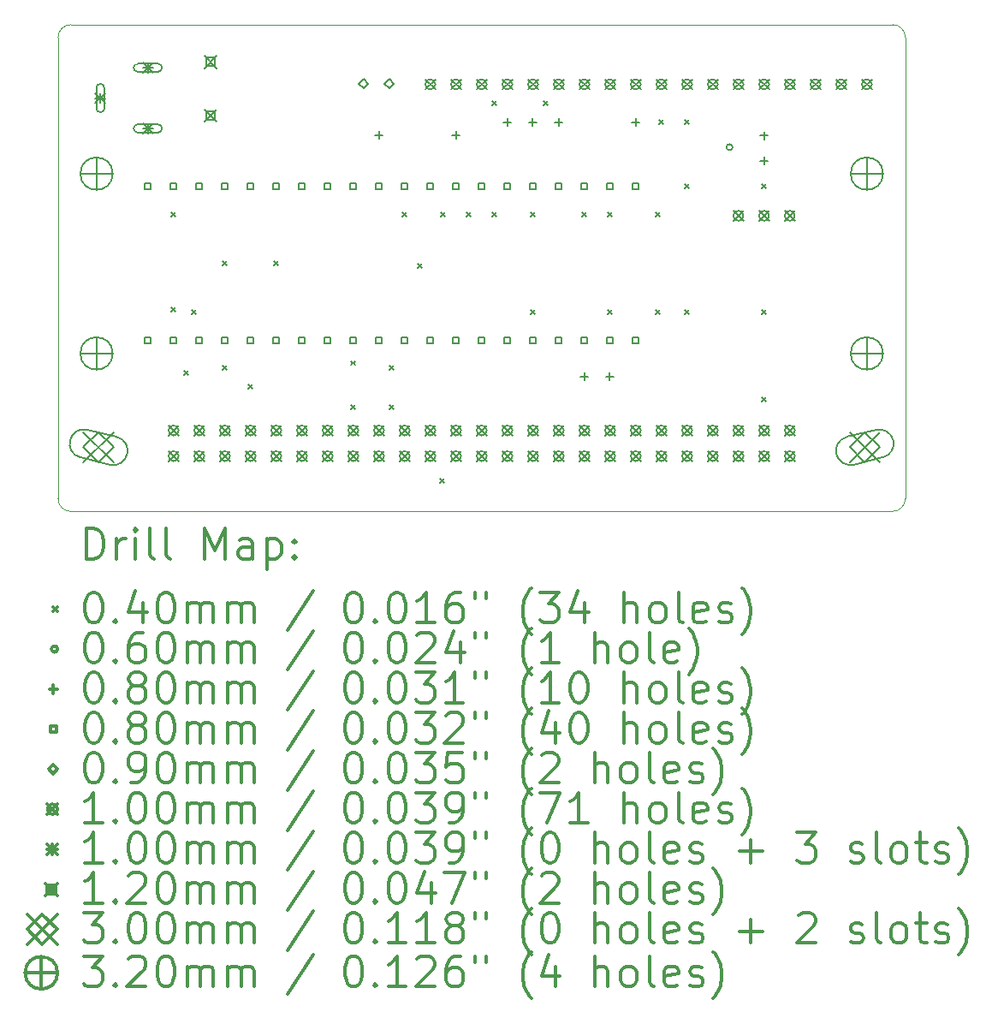
<source format=gbr>
%FSLAX45Y45*%
G04 Gerber Fmt 4.5, Leading zero omitted, Abs format (unit mm)*
G04 Created by KiCad (PCBNEW (5.0.0-rc3-dev)) date 2019 January 29, Tuesday 23:40:17*
%MOMM*%
%LPD*%
G01*
G04 APERTURE LIST*
%ADD10C,0.100000*%
%ADD11C,0.200000*%
%ADD12C,0.300000*%
G04 APERTURE END LIST*
D10*
X10541000Y-13500100D02*
X10541000Y-8940800D01*
X18923000Y-13500100D02*
X18923000Y-8940800D01*
X18796000Y-13627100D02*
X10668000Y-13627100D01*
X10668000Y-8813800D02*
X18796000Y-8813800D01*
X10668000Y-8813800D02*
G75*
G03X10541000Y-8940800I0J-127000D01*
G01*
X10541000Y-13500100D02*
G75*
G03X10668000Y-13627100I127000J0D01*
G01*
X18923000Y-8940800D02*
G75*
G03X18796000Y-8813800I-127000J0D01*
G01*
X18796000Y-13627100D02*
G75*
G03X18923000Y-13500100I0J127000D01*
G01*
D11*
X11664000Y-10673400D02*
X11704000Y-10713400D01*
X11704000Y-10673400D02*
X11664000Y-10713400D01*
X11664000Y-11613200D02*
X11704000Y-11653200D01*
X11704000Y-11613200D02*
X11664000Y-11653200D01*
X11791000Y-12235501D02*
X11831000Y-12275501D01*
X11831000Y-12235501D02*
X11791000Y-12275501D01*
X11867200Y-11638600D02*
X11907200Y-11678600D01*
X11907200Y-11638600D02*
X11867200Y-11678600D01*
X12172000Y-11156000D02*
X12212000Y-11196000D01*
X12212000Y-11156000D02*
X12172000Y-11196000D01*
X12172000Y-12184700D02*
X12212000Y-12224700D01*
X12212000Y-12184700D02*
X12172000Y-12224700D01*
X12426000Y-12375200D02*
X12466000Y-12415200D01*
X12466000Y-12375200D02*
X12426000Y-12415200D01*
X12680000Y-11156000D02*
X12720000Y-11196000D01*
X12720000Y-11156000D02*
X12680000Y-11196000D01*
X13442000Y-12140250D02*
X13482000Y-12180250D01*
X13482000Y-12140250D02*
X13442000Y-12180250D01*
X13442000Y-12578400D02*
X13482000Y-12618400D01*
X13482000Y-12578400D02*
X13442000Y-12618400D01*
X13823000Y-12184700D02*
X13863000Y-12224700D01*
X13863000Y-12184700D02*
X13823000Y-12224700D01*
X13823000Y-12578400D02*
X13863000Y-12618400D01*
X13863000Y-12578400D02*
X13823000Y-12618400D01*
X13950000Y-10673400D02*
X13990000Y-10713400D01*
X13990000Y-10673400D02*
X13950000Y-10713400D01*
X14102400Y-11181400D02*
X14142400Y-11221400D01*
X14142400Y-11181400D02*
X14102400Y-11221400D01*
X14318300Y-13302300D02*
X14358300Y-13342300D01*
X14358300Y-13302300D02*
X14318300Y-13342300D01*
X14331000Y-10673400D02*
X14371000Y-10713400D01*
X14371000Y-10673400D02*
X14331000Y-10713400D01*
X14585000Y-10673400D02*
X14625000Y-10713400D01*
X14625000Y-10673400D02*
X14585000Y-10713400D01*
X14839000Y-9568500D02*
X14879000Y-9608500D01*
X14879000Y-9568500D02*
X14839000Y-9608500D01*
X14839000Y-10673400D02*
X14879000Y-10713400D01*
X14879000Y-10673400D02*
X14839000Y-10713400D01*
X15220000Y-10673400D02*
X15260000Y-10713400D01*
X15260000Y-10673400D02*
X15220000Y-10713400D01*
X15220000Y-11638600D02*
X15260000Y-11678600D01*
X15260000Y-11638600D02*
X15220000Y-11678600D01*
X15347000Y-9568500D02*
X15387000Y-9608500D01*
X15387000Y-9568500D02*
X15347000Y-9608500D01*
X15728000Y-10673400D02*
X15768000Y-10713400D01*
X15768000Y-10673400D02*
X15728000Y-10713400D01*
X15982000Y-10673400D02*
X16022000Y-10713400D01*
X16022000Y-10673400D02*
X15982000Y-10713400D01*
X15982000Y-11638600D02*
X16022000Y-11678600D01*
X16022000Y-11638600D02*
X15982000Y-11678600D01*
X16451900Y-10673400D02*
X16491900Y-10713400D01*
X16491900Y-10673400D02*
X16451900Y-10713400D01*
X16451900Y-11638600D02*
X16491900Y-11678600D01*
X16491900Y-11638600D02*
X16451900Y-11678600D01*
X16490000Y-9759000D02*
X16530000Y-9799000D01*
X16530000Y-9759000D02*
X16490000Y-9799000D01*
X16744000Y-9759000D02*
X16784000Y-9799000D01*
X16784000Y-9759000D02*
X16744000Y-9799000D01*
X16744000Y-10394000D02*
X16784000Y-10434000D01*
X16784000Y-10394000D02*
X16744000Y-10434000D01*
X16744000Y-11638600D02*
X16784000Y-11678600D01*
X16784000Y-11638600D02*
X16744000Y-11678600D01*
X17506000Y-10394000D02*
X17546000Y-10434000D01*
X17546000Y-10394000D02*
X17506000Y-10434000D01*
X17506000Y-11638600D02*
X17546000Y-11678600D01*
X17546000Y-11638600D02*
X17506000Y-11678600D01*
X17506000Y-12502200D02*
X17546000Y-12542200D01*
X17546000Y-12502200D02*
X17506000Y-12542200D01*
X17213100Y-10024999D02*
G75*
G03X17213100Y-10024999I-30000J0D01*
G01*
X15494000Y-9739000D02*
X15494000Y-9819000D01*
X15454000Y-9779000D02*
X15534000Y-9779000D01*
X16256000Y-9739000D02*
X16256000Y-9819000D01*
X16216000Y-9779000D02*
X16296000Y-9779000D01*
X14986000Y-9739000D02*
X14986000Y-9819000D01*
X14946000Y-9779000D02*
X15026000Y-9779000D01*
X15236000Y-9739000D02*
X15236000Y-9819000D01*
X15196000Y-9779000D02*
X15276000Y-9779000D01*
X15748000Y-12253600D02*
X15748000Y-12333600D01*
X15708000Y-12293600D02*
X15788000Y-12293600D01*
X15998000Y-12253600D02*
X15998000Y-12333600D01*
X15958000Y-12293600D02*
X16038000Y-12293600D01*
X17526000Y-9870000D02*
X17526000Y-9950000D01*
X17486000Y-9910000D02*
X17566000Y-9910000D01*
X17526000Y-10120000D02*
X17526000Y-10200000D01*
X17486000Y-10160000D02*
X17566000Y-10160000D01*
X13716000Y-9866000D02*
X13716000Y-9946000D01*
X13676000Y-9906000D02*
X13756000Y-9906000D01*
X14478000Y-9866000D02*
X14478000Y-9946000D01*
X14438000Y-9906000D02*
X14518000Y-9906000D01*
X11458288Y-10442288D02*
X11458288Y-10385712D01*
X11401712Y-10385712D01*
X11401712Y-10442288D01*
X11458288Y-10442288D01*
X11458288Y-11966288D02*
X11458288Y-11909712D01*
X11401712Y-11909712D01*
X11401712Y-11966288D01*
X11458288Y-11966288D01*
X11712288Y-10442288D02*
X11712288Y-10385712D01*
X11655712Y-10385712D01*
X11655712Y-10442288D01*
X11712288Y-10442288D01*
X11712288Y-11966288D02*
X11712288Y-11909712D01*
X11655712Y-11909712D01*
X11655712Y-11966288D01*
X11712288Y-11966288D01*
X11966288Y-10442288D02*
X11966288Y-10385712D01*
X11909712Y-10385712D01*
X11909712Y-10442288D01*
X11966288Y-10442288D01*
X11966288Y-11966288D02*
X11966288Y-11909712D01*
X11909712Y-11909712D01*
X11909712Y-11966288D01*
X11966288Y-11966288D01*
X12220288Y-10442288D02*
X12220288Y-10385712D01*
X12163712Y-10385712D01*
X12163712Y-10442288D01*
X12220288Y-10442288D01*
X12220288Y-11966288D02*
X12220288Y-11909712D01*
X12163712Y-11909712D01*
X12163712Y-11966288D01*
X12220288Y-11966288D01*
X12474288Y-10442288D02*
X12474288Y-10385712D01*
X12417712Y-10385712D01*
X12417712Y-10442288D01*
X12474288Y-10442288D01*
X12474288Y-11966288D02*
X12474288Y-11909712D01*
X12417712Y-11909712D01*
X12417712Y-11966288D01*
X12474288Y-11966288D01*
X12728288Y-10442288D02*
X12728288Y-10385712D01*
X12671712Y-10385712D01*
X12671712Y-10442288D01*
X12728288Y-10442288D01*
X12728288Y-11966288D02*
X12728288Y-11909712D01*
X12671712Y-11909712D01*
X12671712Y-11966288D01*
X12728288Y-11966288D01*
X12982288Y-10442288D02*
X12982288Y-10385712D01*
X12925712Y-10385712D01*
X12925712Y-10442288D01*
X12982288Y-10442288D01*
X12982288Y-11966288D02*
X12982288Y-11909712D01*
X12925712Y-11909712D01*
X12925712Y-11966288D01*
X12982288Y-11966288D01*
X13236288Y-10442288D02*
X13236288Y-10385712D01*
X13179712Y-10385712D01*
X13179712Y-10442288D01*
X13236288Y-10442288D01*
X13236288Y-11966288D02*
X13236288Y-11909712D01*
X13179712Y-11909712D01*
X13179712Y-11966288D01*
X13236288Y-11966288D01*
X13490288Y-10442288D02*
X13490288Y-10385712D01*
X13433712Y-10385712D01*
X13433712Y-10442288D01*
X13490288Y-10442288D01*
X13490288Y-11966288D02*
X13490288Y-11909712D01*
X13433712Y-11909712D01*
X13433712Y-11966288D01*
X13490288Y-11966288D01*
X13744288Y-10442288D02*
X13744288Y-10385712D01*
X13687712Y-10385712D01*
X13687712Y-10442288D01*
X13744288Y-10442288D01*
X13744288Y-11966288D02*
X13744288Y-11909712D01*
X13687712Y-11909712D01*
X13687712Y-11966288D01*
X13744288Y-11966288D01*
X13998288Y-10442288D02*
X13998288Y-10385712D01*
X13941712Y-10385712D01*
X13941712Y-10442288D01*
X13998288Y-10442288D01*
X13998288Y-11966288D02*
X13998288Y-11909712D01*
X13941712Y-11909712D01*
X13941712Y-11966288D01*
X13998288Y-11966288D01*
X14252288Y-10442288D02*
X14252288Y-10385712D01*
X14195712Y-10385712D01*
X14195712Y-10442288D01*
X14252288Y-10442288D01*
X14252288Y-11966288D02*
X14252288Y-11909712D01*
X14195712Y-11909712D01*
X14195712Y-11966288D01*
X14252288Y-11966288D01*
X14506288Y-10442288D02*
X14506288Y-10385712D01*
X14449712Y-10385712D01*
X14449712Y-10442288D01*
X14506288Y-10442288D01*
X14506288Y-11966288D02*
X14506288Y-11909712D01*
X14449712Y-11909712D01*
X14449712Y-11966288D01*
X14506288Y-11966288D01*
X14760288Y-10442288D02*
X14760288Y-10385712D01*
X14703712Y-10385712D01*
X14703712Y-10442288D01*
X14760288Y-10442288D01*
X14760288Y-11966288D02*
X14760288Y-11909712D01*
X14703712Y-11909712D01*
X14703712Y-11966288D01*
X14760288Y-11966288D01*
X15014288Y-10442288D02*
X15014288Y-10385712D01*
X14957712Y-10385712D01*
X14957712Y-10442288D01*
X15014288Y-10442288D01*
X15014288Y-11966288D02*
X15014288Y-11909712D01*
X14957712Y-11909712D01*
X14957712Y-11966288D01*
X15014288Y-11966288D01*
X15268288Y-10442288D02*
X15268288Y-10385712D01*
X15211712Y-10385712D01*
X15211712Y-10442288D01*
X15268288Y-10442288D01*
X15268288Y-11966288D02*
X15268288Y-11909712D01*
X15211712Y-11909712D01*
X15211712Y-11966288D01*
X15268288Y-11966288D01*
X15522288Y-10442288D02*
X15522288Y-10385712D01*
X15465712Y-10385712D01*
X15465712Y-10442288D01*
X15522288Y-10442288D01*
X15522288Y-11966288D02*
X15522288Y-11909712D01*
X15465712Y-11909712D01*
X15465712Y-11966288D01*
X15522288Y-11966288D01*
X15776288Y-10442288D02*
X15776288Y-10385712D01*
X15719712Y-10385712D01*
X15719712Y-10442288D01*
X15776288Y-10442288D01*
X15776288Y-11966288D02*
X15776288Y-11909712D01*
X15719712Y-11909712D01*
X15719712Y-11966288D01*
X15776288Y-11966288D01*
X16030288Y-10442288D02*
X16030288Y-10385712D01*
X15973712Y-10385712D01*
X15973712Y-10442288D01*
X16030288Y-10442288D01*
X16030288Y-11966288D02*
X16030288Y-11909712D01*
X15973712Y-11909712D01*
X15973712Y-11966288D01*
X16030288Y-11966288D01*
X16284288Y-10442288D02*
X16284288Y-10385712D01*
X16227712Y-10385712D01*
X16227712Y-10442288D01*
X16284288Y-10442288D01*
X16284288Y-11966288D02*
X16284288Y-11909712D01*
X16227712Y-11909712D01*
X16227712Y-11966288D01*
X16284288Y-11966288D01*
X13563600Y-9443000D02*
X13608600Y-9398000D01*
X13563600Y-9353000D01*
X13518600Y-9398000D01*
X13563600Y-9443000D01*
X13817600Y-9443000D02*
X13862600Y-9398000D01*
X13817600Y-9353000D01*
X13772600Y-9398000D01*
X13817600Y-9443000D01*
X14174000Y-9354350D02*
X14274000Y-9454350D01*
X14274000Y-9354350D02*
X14174000Y-9454350D01*
X14274000Y-9404350D02*
G75*
G03X14274000Y-9404350I-50000J0D01*
G01*
X14428000Y-9354350D02*
X14528000Y-9454350D01*
X14528000Y-9354350D02*
X14428000Y-9454350D01*
X14528000Y-9404350D02*
G75*
G03X14528000Y-9404350I-50000J0D01*
G01*
X14682000Y-9354350D02*
X14782000Y-9454350D01*
X14782000Y-9354350D02*
X14682000Y-9454350D01*
X14782000Y-9404350D02*
G75*
G03X14782000Y-9404350I-50000J0D01*
G01*
X14936000Y-9354350D02*
X15036000Y-9454350D01*
X15036000Y-9354350D02*
X14936000Y-9454350D01*
X15036000Y-9404350D02*
G75*
G03X15036000Y-9404350I-50000J0D01*
G01*
X15190000Y-9354350D02*
X15290000Y-9454350D01*
X15290000Y-9354350D02*
X15190000Y-9454350D01*
X15290000Y-9404350D02*
G75*
G03X15290000Y-9404350I-50000J0D01*
G01*
X15444000Y-9354350D02*
X15544000Y-9454350D01*
X15544000Y-9354350D02*
X15444000Y-9454350D01*
X15544000Y-9404350D02*
G75*
G03X15544000Y-9404350I-50000J0D01*
G01*
X15698000Y-9354350D02*
X15798000Y-9454350D01*
X15798000Y-9354350D02*
X15698000Y-9454350D01*
X15798000Y-9404350D02*
G75*
G03X15798000Y-9404350I-50000J0D01*
G01*
X15952000Y-9354350D02*
X16052000Y-9454350D01*
X16052000Y-9354350D02*
X15952000Y-9454350D01*
X16052000Y-9404350D02*
G75*
G03X16052000Y-9404350I-50000J0D01*
G01*
X16206000Y-9354350D02*
X16306000Y-9454350D01*
X16306000Y-9354350D02*
X16206000Y-9454350D01*
X16306000Y-9404350D02*
G75*
G03X16306000Y-9404350I-50000J0D01*
G01*
X16460000Y-9354350D02*
X16560000Y-9454350D01*
X16560000Y-9354350D02*
X16460000Y-9454350D01*
X16560000Y-9404350D02*
G75*
G03X16560000Y-9404350I-50000J0D01*
G01*
X16714000Y-9354350D02*
X16814000Y-9454350D01*
X16814000Y-9354350D02*
X16714000Y-9454350D01*
X16814000Y-9404350D02*
G75*
G03X16814000Y-9404350I-50000J0D01*
G01*
X16968000Y-9354350D02*
X17068000Y-9454350D01*
X17068000Y-9354350D02*
X16968000Y-9454350D01*
X17068000Y-9404350D02*
G75*
G03X17068000Y-9404350I-50000J0D01*
G01*
X17222000Y-9354350D02*
X17322000Y-9454350D01*
X17322000Y-9354350D02*
X17222000Y-9454350D01*
X17322000Y-9404350D02*
G75*
G03X17322000Y-9404350I-50000J0D01*
G01*
X17476000Y-9354350D02*
X17576000Y-9454350D01*
X17576000Y-9354350D02*
X17476000Y-9454350D01*
X17576000Y-9404350D02*
G75*
G03X17576000Y-9404350I-50000J0D01*
G01*
X17730000Y-9354350D02*
X17830000Y-9454350D01*
X17830000Y-9354350D02*
X17730000Y-9454350D01*
X17830000Y-9404350D02*
G75*
G03X17830000Y-9404350I-50000J0D01*
G01*
X17984000Y-9354350D02*
X18084000Y-9454350D01*
X18084000Y-9354350D02*
X17984000Y-9454350D01*
X18084000Y-9404350D02*
G75*
G03X18084000Y-9404350I-50000J0D01*
G01*
X18238000Y-9354350D02*
X18338000Y-9454350D01*
X18338000Y-9354350D02*
X18238000Y-9454350D01*
X18338000Y-9404350D02*
G75*
G03X18338000Y-9404350I-50000J0D01*
G01*
X18492000Y-9354350D02*
X18592000Y-9454350D01*
X18592000Y-9354350D02*
X18492000Y-9454350D01*
X18592000Y-9404350D02*
G75*
G03X18592000Y-9404350I-50000J0D01*
G01*
X11634000Y-12777000D02*
X11734000Y-12877000D01*
X11734000Y-12777000D02*
X11634000Y-12877000D01*
X11734000Y-12827000D02*
G75*
G03X11734000Y-12827000I-50000J0D01*
G01*
X11634000Y-13031000D02*
X11734000Y-13131000D01*
X11734000Y-13031000D02*
X11634000Y-13131000D01*
X11734000Y-13081000D02*
G75*
G03X11734000Y-13081000I-50000J0D01*
G01*
X11888000Y-12777000D02*
X11988000Y-12877000D01*
X11988000Y-12777000D02*
X11888000Y-12877000D01*
X11988000Y-12827000D02*
G75*
G03X11988000Y-12827000I-50000J0D01*
G01*
X11888000Y-13031000D02*
X11988000Y-13131000D01*
X11988000Y-13031000D02*
X11888000Y-13131000D01*
X11988000Y-13081000D02*
G75*
G03X11988000Y-13081000I-50000J0D01*
G01*
X12142000Y-12777000D02*
X12242000Y-12877000D01*
X12242000Y-12777000D02*
X12142000Y-12877000D01*
X12242000Y-12827000D02*
G75*
G03X12242000Y-12827000I-50000J0D01*
G01*
X12142000Y-13031000D02*
X12242000Y-13131000D01*
X12242000Y-13031000D02*
X12142000Y-13131000D01*
X12242000Y-13081000D02*
G75*
G03X12242000Y-13081000I-50000J0D01*
G01*
X12396000Y-12777000D02*
X12496000Y-12877000D01*
X12496000Y-12777000D02*
X12396000Y-12877000D01*
X12496000Y-12827000D02*
G75*
G03X12496000Y-12827000I-50000J0D01*
G01*
X12396000Y-13031000D02*
X12496000Y-13131000D01*
X12496000Y-13031000D02*
X12396000Y-13131000D01*
X12496000Y-13081000D02*
G75*
G03X12496000Y-13081000I-50000J0D01*
G01*
X12650000Y-12777000D02*
X12750000Y-12877000D01*
X12750000Y-12777000D02*
X12650000Y-12877000D01*
X12750000Y-12827000D02*
G75*
G03X12750000Y-12827000I-50000J0D01*
G01*
X12650000Y-13031000D02*
X12750000Y-13131000D01*
X12750000Y-13031000D02*
X12650000Y-13131000D01*
X12750000Y-13081000D02*
G75*
G03X12750000Y-13081000I-50000J0D01*
G01*
X12904000Y-12777000D02*
X13004000Y-12877000D01*
X13004000Y-12777000D02*
X12904000Y-12877000D01*
X13004000Y-12827000D02*
G75*
G03X13004000Y-12827000I-50000J0D01*
G01*
X12904000Y-13031000D02*
X13004000Y-13131000D01*
X13004000Y-13031000D02*
X12904000Y-13131000D01*
X13004000Y-13081000D02*
G75*
G03X13004000Y-13081000I-50000J0D01*
G01*
X13158000Y-12777000D02*
X13258000Y-12877000D01*
X13258000Y-12777000D02*
X13158000Y-12877000D01*
X13258000Y-12827000D02*
G75*
G03X13258000Y-12827000I-50000J0D01*
G01*
X13158000Y-13031000D02*
X13258000Y-13131000D01*
X13258000Y-13031000D02*
X13158000Y-13131000D01*
X13258000Y-13081000D02*
G75*
G03X13258000Y-13081000I-50000J0D01*
G01*
X13412000Y-12777000D02*
X13512000Y-12877000D01*
X13512000Y-12777000D02*
X13412000Y-12877000D01*
X13512000Y-12827000D02*
G75*
G03X13512000Y-12827000I-50000J0D01*
G01*
X13412000Y-13031000D02*
X13512000Y-13131000D01*
X13512000Y-13031000D02*
X13412000Y-13131000D01*
X13512000Y-13081000D02*
G75*
G03X13512000Y-13081000I-50000J0D01*
G01*
X13666000Y-12777000D02*
X13766000Y-12877000D01*
X13766000Y-12777000D02*
X13666000Y-12877000D01*
X13766000Y-12827000D02*
G75*
G03X13766000Y-12827000I-50000J0D01*
G01*
X13666000Y-13031000D02*
X13766000Y-13131000D01*
X13766000Y-13031000D02*
X13666000Y-13131000D01*
X13766000Y-13081000D02*
G75*
G03X13766000Y-13081000I-50000J0D01*
G01*
X13920000Y-12777000D02*
X14020000Y-12877000D01*
X14020000Y-12777000D02*
X13920000Y-12877000D01*
X14020000Y-12827000D02*
G75*
G03X14020000Y-12827000I-50000J0D01*
G01*
X13920000Y-13031000D02*
X14020000Y-13131000D01*
X14020000Y-13031000D02*
X13920000Y-13131000D01*
X14020000Y-13081000D02*
G75*
G03X14020000Y-13081000I-50000J0D01*
G01*
X14174000Y-12777000D02*
X14274000Y-12877000D01*
X14274000Y-12777000D02*
X14174000Y-12877000D01*
X14274000Y-12827000D02*
G75*
G03X14274000Y-12827000I-50000J0D01*
G01*
X14174000Y-13031000D02*
X14274000Y-13131000D01*
X14274000Y-13031000D02*
X14174000Y-13131000D01*
X14274000Y-13081000D02*
G75*
G03X14274000Y-13081000I-50000J0D01*
G01*
X14428000Y-12777000D02*
X14528000Y-12877000D01*
X14528000Y-12777000D02*
X14428000Y-12877000D01*
X14528000Y-12827000D02*
G75*
G03X14528000Y-12827000I-50000J0D01*
G01*
X14428000Y-13031000D02*
X14528000Y-13131000D01*
X14528000Y-13031000D02*
X14428000Y-13131000D01*
X14528000Y-13081000D02*
G75*
G03X14528000Y-13081000I-50000J0D01*
G01*
X14682000Y-12777000D02*
X14782000Y-12877000D01*
X14782000Y-12777000D02*
X14682000Y-12877000D01*
X14782000Y-12827000D02*
G75*
G03X14782000Y-12827000I-50000J0D01*
G01*
X14682000Y-13031000D02*
X14782000Y-13131000D01*
X14782000Y-13031000D02*
X14682000Y-13131000D01*
X14782000Y-13081000D02*
G75*
G03X14782000Y-13081000I-50000J0D01*
G01*
X14936000Y-12777000D02*
X15036000Y-12877000D01*
X15036000Y-12777000D02*
X14936000Y-12877000D01*
X15036000Y-12827000D02*
G75*
G03X15036000Y-12827000I-50000J0D01*
G01*
X14936000Y-13031000D02*
X15036000Y-13131000D01*
X15036000Y-13031000D02*
X14936000Y-13131000D01*
X15036000Y-13081000D02*
G75*
G03X15036000Y-13081000I-50000J0D01*
G01*
X15190000Y-12777000D02*
X15290000Y-12877000D01*
X15290000Y-12777000D02*
X15190000Y-12877000D01*
X15290000Y-12827000D02*
G75*
G03X15290000Y-12827000I-50000J0D01*
G01*
X15190000Y-13031000D02*
X15290000Y-13131000D01*
X15290000Y-13031000D02*
X15190000Y-13131000D01*
X15290000Y-13081000D02*
G75*
G03X15290000Y-13081000I-50000J0D01*
G01*
X15444000Y-12777000D02*
X15544000Y-12877000D01*
X15544000Y-12777000D02*
X15444000Y-12877000D01*
X15544000Y-12827000D02*
G75*
G03X15544000Y-12827000I-50000J0D01*
G01*
X15444000Y-13031000D02*
X15544000Y-13131000D01*
X15544000Y-13031000D02*
X15444000Y-13131000D01*
X15544000Y-13081000D02*
G75*
G03X15544000Y-13081000I-50000J0D01*
G01*
X15698000Y-12777000D02*
X15798000Y-12877000D01*
X15798000Y-12777000D02*
X15698000Y-12877000D01*
X15798000Y-12827000D02*
G75*
G03X15798000Y-12827000I-50000J0D01*
G01*
X15698000Y-13031000D02*
X15798000Y-13131000D01*
X15798000Y-13031000D02*
X15698000Y-13131000D01*
X15798000Y-13081000D02*
G75*
G03X15798000Y-13081000I-50000J0D01*
G01*
X15952000Y-12777000D02*
X16052000Y-12877000D01*
X16052000Y-12777000D02*
X15952000Y-12877000D01*
X16052000Y-12827000D02*
G75*
G03X16052000Y-12827000I-50000J0D01*
G01*
X15952000Y-13031000D02*
X16052000Y-13131000D01*
X16052000Y-13031000D02*
X15952000Y-13131000D01*
X16052000Y-13081000D02*
G75*
G03X16052000Y-13081000I-50000J0D01*
G01*
X16206000Y-12777000D02*
X16306000Y-12877000D01*
X16306000Y-12777000D02*
X16206000Y-12877000D01*
X16306000Y-12827000D02*
G75*
G03X16306000Y-12827000I-50000J0D01*
G01*
X16206000Y-13031000D02*
X16306000Y-13131000D01*
X16306000Y-13031000D02*
X16206000Y-13131000D01*
X16306000Y-13081000D02*
G75*
G03X16306000Y-13081000I-50000J0D01*
G01*
X16460000Y-12777000D02*
X16560000Y-12877000D01*
X16560000Y-12777000D02*
X16460000Y-12877000D01*
X16560000Y-12827000D02*
G75*
G03X16560000Y-12827000I-50000J0D01*
G01*
X16460000Y-13031000D02*
X16560000Y-13131000D01*
X16560000Y-13031000D02*
X16460000Y-13131000D01*
X16560000Y-13081000D02*
G75*
G03X16560000Y-13081000I-50000J0D01*
G01*
X16714000Y-12777000D02*
X16814000Y-12877000D01*
X16814000Y-12777000D02*
X16714000Y-12877000D01*
X16814000Y-12827000D02*
G75*
G03X16814000Y-12827000I-50000J0D01*
G01*
X16714000Y-13031000D02*
X16814000Y-13131000D01*
X16814000Y-13031000D02*
X16714000Y-13131000D01*
X16814000Y-13081000D02*
G75*
G03X16814000Y-13081000I-50000J0D01*
G01*
X16968000Y-12777000D02*
X17068000Y-12877000D01*
X17068000Y-12777000D02*
X16968000Y-12877000D01*
X17068000Y-12827000D02*
G75*
G03X17068000Y-12827000I-50000J0D01*
G01*
X16968000Y-13031000D02*
X17068000Y-13131000D01*
X17068000Y-13031000D02*
X16968000Y-13131000D01*
X17068000Y-13081000D02*
G75*
G03X17068000Y-13081000I-50000J0D01*
G01*
X17222000Y-12777000D02*
X17322000Y-12877000D01*
X17322000Y-12777000D02*
X17222000Y-12877000D01*
X17322000Y-12827000D02*
G75*
G03X17322000Y-12827000I-50000J0D01*
G01*
X17222000Y-13031000D02*
X17322000Y-13131000D01*
X17322000Y-13031000D02*
X17222000Y-13131000D01*
X17322000Y-13081000D02*
G75*
G03X17322000Y-13081000I-50000J0D01*
G01*
X17476000Y-12777000D02*
X17576000Y-12877000D01*
X17576000Y-12777000D02*
X17476000Y-12877000D01*
X17576000Y-12827000D02*
G75*
G03X17576000Y-12827000I-50000J0D01*
G01*
X17476000Y-13031000D02*
X17576000Y-13131000D01*
X17576000Y-13031000D02*
X17476000Y-13131000D01*
X17576000Y-13081000D02*
G75*
G03X17576000Y-13081000I-50000J0D01*
G01*
X17730000Y-12777000D02*
X17830000Y-12877000D01*
X17830000Y-12777000D02*
X17730000Y-12877000D01*
X17830000Y-12827000D02*
G75*
G03X17830000Y-12827000I-50000J0D01*
G01*
X17730000Y-13031000D02*
X17830000Y-13131000D01*
X17830000Y-13031000D02*
X17730000Y-13131000D01*
X17830000Y-13081000D02*
G75*
G03X17830000Y-13081000I-50000J0D01*
G01*
X17222000Y-10653900D02*
X17322000Y-10753900D01*
X17322000Y-10653900D02*
X17222000Y-10753900D01*
X17322000Y-10703900D02*
G75*
G03X17322000Y-10703900I-50000J0D01*
G01*
X17476000Y-10653900D02*
X17576000Y-10753900D01*
X17576000Y-10653900D02*
X17476000Y-10753900D01*
X17576000Y-10703900D02*
G75*
G03X17576000Y-10703900I-50000J0D01*
G01*
X17730000Y-10653900D02*
X17830000Y-10753900D01*
X17830000Y-10653900D02*
X17730000Y-10753900D01*
X17830000Y-10703900D02*
G75*
G03X17830000Y-10703900I-50000J0D01*
G01*
X10910062Y-9490202D02*
X11010138Y-9590278D01*
X11010138Y-9490202D02*
X10910062Y-9590278D01*
X10960100Y-9490202D02*
X10960100Y-9590278D01*
X10910062Y-9540240D02*
X11010138Y-9540240D01*
X10920062Y-9440291D02*
X10920062Y-9640189D01*
X11000138Y-9440291D02*
X11000138Y-9640189D01*
X10920062Y-9640189D02*
G75*
G03X11000138Y-9640189I40038J0D01*
G01*
X11000138Y-9440291D02*
G75*
G03X10920062Y-9440291I-40038J0D01*
G01*
X11379962Y-9190228D02*
X11480038Y-9290304D01*
X11480038Y-9190228D02*
X11379962Y-9290304D01*
X11430000Y-9190228D02*
X11430000Y-9290304D01*
X11379962Y-9240266D02*
X11480038Y-9240266D01*
X11529949Y-9200228D02*
X11330051Y-9200228D01*
X11529949Y-9280304D02*
X11330051Y-9280304D01*
X11330051Y-9200228D02*
G75*
G03X11330051Y-9280304I0J-40038D01*
G01*
X11529949Y-9280304D02*
G75*
G03X11529949Y-9200228I0J40038D01*
G01*
X11379962Y-9790176D02*
X11480038Y-9890252D01*
X11480038Y-9790176D02*
X11379962Y-9890252D01*
X11430000Y-9790176D02*
X11430000Y-9890252D01*
X11379962Y-9840214D02*
X11480038Y-9840214D01*
X11529949Y-9800176D02*
X11330051Y-9800176D01*
X11529949Y-9880252D02*
X11330051Y-9880252D01*
X11330051Y-9800176D02*
G75*
G03X11330051Y-9880252I0J-40038D01*
G01*
X11529949Y-9880252D02*
G75*
G03X11529949Y-9800176I0J40038D01*
G01*
X11990000Y-9123800D02*
X12110000Y-9243800D01*
X12110000Y-9123800D02*
X11990000Y-9243800D01*
X12092427Y-9226227D02*
X12092427Y-9141373D01*
X12007573Y-9141373D01*
X12007573Y-9226227D01*
X12092427Y-9226227D01*
X11990000Y-9653800D02*
X12110000Y-9773800D01*
X12110000Y-9653800D02*
X11990000Y-9773800D01*
X12092427Y-9756227D02*
X12092427Y-9671373D01*
X12007573Y-9671373D01*
X12007573Y-9756227D01*
X12092427Y-9756227D01*
X10792320Y-12842100D02*
X11092320Y-13142100D01*
X11092320Y-12842100D02*
X10792320Y-13142100D01*
X10942320Y-13142100D02*
X11092320Y-12992100D01*
X10942320Y-12842100D01*
X10792320Y-12992100D01*
X10942320Y-13142100D01*
X11121034Y-12891297D02*
X10829446Y-12820754D01*
X11055194Y-13163446D02*
X10763606Y-13092903D01*
X10829446Y-12820754D02*
G75*
G03X10763606Y-13092903I-32920J-136075D01*
G01*
X11055194Y-13163446D02*
G75*
G03X11121034Y-12891297I32920J136075D01*
G01*
X18371680Y-12842100D02*
X18671680Y-13142100D01*
X18671680Y-12842100D02*
X18371680Y-13142100D01*
X18521680Y-13142100D02*
X18671680Y-12992100D01*
X18521680Y-12842100D01*
X18371680Y-12992100D01*
X18521680Y-13142100D01*
X18408806Y-13163446D02*
X18700394Y-13092903D01*
X18342966Y-12891297D02*
X18634554Y-12820754D01*
X18700394Y-13092903D02*
G75*
G03X18634554Y-12820754I-32920J136075D01*
G01*
X18342966Y-12891297D02*
G75*
G03X18408806Y-13163446I32920J-136075D01*
G01*
X18542000Y-11905000D02*
X18542000Y-12225000D01*
X18382000Y-12065000D02*
X18702000Y-12065000D01*
X18702000Y-12065000D02*
G75*
G03X18702000Y-12065000I-160000J0D01*
G01*
X18542000Y-10127000D02*
X18542000Y-10447000D01*
X18382000Y-10287000D02*
X18702000Y-10287000D01*
X18702000Y-10287000D02*
G75*
G03X18702000Y-10287000I-160000J0D01*
G01*
X10922000Y-11905000D02*
X10922000Y-12225000D01*
X10762000Y-12065000D02*
X11082000Y-12065000D01*
X11082000Y-12065000D02*
G75*
G03X11082000Y-12065000I-160000J0D01*
G01*
X10922000Y-10127000D02*
X10922000Y-10447000D01*
X10762000Y-10287000D02*
X11082000Y-10287000D01*
X11082000Y-10287000D02*
G75*
G03X11082000Y-10287000I-160000J0D01*
G01*
D12*
X10822428Y-14097814D02*
X10822428Y-13797814D01*
X10893857Y-13797814D01*
X10936714Y-13812100D01*
X10965286Y-13840671D01*
X10979571Y-13869243D01*
X10993857Y-13926386D01*
X10993857Y-13969243D01*
X10979571Y-14026386D01*
X10965286Y-14054957D01*
X10936714Y-14083529D01*
X10893857Y-14097814D01*
X10822428Y-14097814D01*
X11122428Y-14097814D02*
X11122428Y-13897814D01*
X11122428Y-13954957D02*
X11136714Y-13926386D01*
X11151000Y-13912100D01*
X11179571Y-13897814D01*
X11208143Y-13897814D01*
X11308143Y-14097814D02*
X11308143Y-13897814D01*
X11308143Y-13797814D02*
X11293857Y-13812100D01*
X11308143Y-13826386D01*
X11322428Y-13812100D01*
X11308143Y-13797814D01*
X11308143Y-13826386D01*
X11493857Y-14097814D02*
X11465286Y-14083529D01*
X11451000Y-14054957D01*
X11451000Y-13797814D01*
X11651000Y-14097814D02*
X11622428Y-14083529D01*
X11608143Y-14054957D01*
X11608143Y-13797814D01*
X11993857Y-14097814D02*
X11993857Y-13797814D01*
X12093857Y-14012100D01*
X12193857Y-13797814D01*
X12193857Y-14097814D01*
X12465286Y-14097814D02*
X12465286Y-13940671D01*
X12451000Y-13912100D01*
X12422428Y-13897814D01*
X12365286Y-13897814D01*
X12336714Y-13912100D01*
X12465286Y-14083529D02*
X12436714Y-14097814D01*
X12365286Y-14097814D01*
X12336714Y-14083529D01*
X12322428Y-14054957D01*
X12322428Y-14026386D01*
X12336714Y-13997814D01*
X12365286Y-13983529D01*
X12436714Y-13983529D01*
X12465286Y-13969243D01*
X12608143Y-13897814D02*
X12608143Y-14197814D01*
X12608143Y-13912100D02*
X12636714Y-13897814D01*
X12693857Y-13897814D01*
X12722428Y-13912100D01*
X12736714Y-13926386D01*
X12751000Y-13954957D01*
X12751000Y-14040671D01*
X12736714Y-14069243D01*
X12722428Y-14083529D01*
X12693857Y-14097814D01*
X12636714Y-14097814D01*
X12608143Y-14083529D01*
X12879571Y-14069243D02*
X12893857Y-14083529D01*
X12879571Y-14097814D01*
X12865286Y-14083529D01*
X12879571Y-14069243D01*
X12879571Y-14097814D01*
X12879571Y-13912100D02*
X12893857Y-13926386D01*
X12879571Y-13940671D01*
X12865286Y-13926386D01*
X12879571Y-13912100D01*
X12879571Y-13940671D01*
X10496000Y-14572100D02*
X10536000Y-14612100D01*
X10536000Y-14572100D02*
X10496000Y-14612100D01*
X10879571Y-14427814D02*
X10908143Y-14427814D01*
X10936714Y-14442100D01*
X10951000Y-14456386D01*
X10965286Y-14484957D01*
X10979571Y-14542100D01*
X10979571Y-14613529D01*
X10965286Y-14670671D01*
X10951000Y-14699243D01*
X10936714Y-14713529D01*
X10908143Y-14727814D01*
X10879571Y-14727814D01*
X10851000Y-14713529D01*
X10836714Y-14699243D01*
X10822428Y-14670671D01*
X10808143Y-14613529D01*
X10808143Y-14542100D01*
X10822428Y-14484957D01*
X10836714Y-14456386D01*
X10851000Y-14442100D01*
X10879571Y-14427814D01*
X11108143Y-14699243D02*
X11122428Y-14713529D01*
X11108143Y-14727814D01*
X11093857Y-14713529D01*
X11108143Y-14699243D01*
X11108143Y-14727814D01*
X11379571Y-14527814D02*
X11379571Y-14727814D01*
X11308143Y-14413529D02*
X11236714Y-14627814D01*
X11422428Y-14627814D01*
X11593857Y-14427814D02*
X11622428Y-14427814D01*
X11651000Y-14442100D01*
X11665286Y-14456386D01*
X11679571Y-14484957D01*
X11693857Y-14542100D01*
X11693857Y-14613529D01*
X11679571Y-14670671D01*
X11665286Y-14699243D01*
X11651000Y-14713529D01*
X11622428Y-14727814D01*
X11593857Y-14727814D01*
X11565286Y-14713529D01*
X11551000Y-14699243D01*
X11536714Y-14670671D01*
X11522428Y-14613529D01*
X11522428Y-14542100D01*
X11536714Y-14484957D01*
X11551000Y-14456386D01*
X11565286Y-14442100D01*
X11593857Y-14427814D01*
X11822428Y-14727814D02*
X11822428Y-14527814D01*
X11822428Y-14556386D02*
X11836714Y-14542100D01*
X11865286Y-14527814D01*
X11908143Y-14527814D01*
X11936714Y-14542100D01*
X11951000Y-14570671D01*
X11951000Y-14727814D01*
X11951000Y-14570671D02*
X11965286Y-14542100D01*
X11993857Y-14527814D01*
X12036714Y-14527814D01*
X12065286Y-14542100D01*
X12079571Y-14570671D01*
X12079571Y-14727814D01*
X12222428Y-14727814D02*
X12222428Y-14527814D01*
X12222428Y-14556386D02*
X12236714Y-14542100D01*
X12265286Y-14527814D01*
X12308143Y-14527814D01*
X12336714Y-14542100D01*
X12351000Y-14570671D01*
X12351000Y-14727814D01*
X12351000Y-14570671D02*
X12365286Y-14542100D01*
X12393857Y-14527814D01*
X12436714Y-14527814D01*
X12465286Y-14542100D01*
X12479571Y-14570671D01*
X12479571Y-14727814D01*
X13065286Y-14413529D02*
X12808143Y-14799243D01*
X13451000Y-14427814D02*
X13479571Y-14427814D01*
X13508143Y-14442100D01*
X13522428Y-14456386D01*
X13536714Y-14484957D01*
X13551000Y-14542100D01*
X13551000Y-14613529D01*
X13536714Y-14670671D01*
X13522428Y-14699243D01*
X13508143Y-14713529D01*
X13479571Y-14727814D01*
X13451000Y-14727814D01*
X13422428Y-14713529D01*
X13408143Y-14699243D01*
X13393857Y-14670671D01*
X13379571Y-14613529D01*
X13379571Y-14542100D01*
X13393857Y-14484957D01*
X13408143Y-14456386D01*
X13422428Y-14442100D01*
X13451000Y-14427814D01*
X13679571Y-14699243D02*
X13693857Y-14713529D01*
X13679571Y-14727814D01*
X13665286Y-14713529D01*
X13679571Y-14699243D01*
X13679571Y-14727814D01*
X13879571Y-14427814D02*
X13908143Y-14427814D01*
X13936714Y-14442100D01*
X13951000Y-14456386D01*
X13965286Y-14484957D01*
X13979571Y-14542100D01*
X13979571Y-14613529D01*
X13965286Y-14670671D01*
X13951000Y-14699243D01*
X13936714Y-14713529D01*
X13908143Y-14727814D01*
X13879571Y-14727814D01*
X13851000Y-14713529D01*
X13836714Y-14699243D01*
X13822428Y-14670671D01*
X13808143Y-14613529D01*
X13808143Y-14542100D01*
X13822428Y-14484957D01*
X13836714Y-14456386D01*
X13851000Y-14442100D01*
X13879571Y-14427814D01*
X14265286Y-14727814D02*
X14093857Y-14727814D01*
X14179571Y-14727814D02*
X14179571Y-14427814D01*
X14151000Y-14470671D01*
X14122428Y-14499243D01*
X14093857Y-14513529D01*
X14522428Y-14427814D02*
X14465286Y-14427814D01*
X14436714Y-14442100D01*
X14422428Y-14456386D01*
X14393857Y-14499243D01*
X14379571Y-14556386D01*
X14379571Y-14670671D01*
X14393857Y-14699243D01*
X14408143Y-14713529D01*
X14436714Y-14727814D01*
X14493857Y-14727814D01*
X14522428Y-14713529D01*
X14536714Y-14699243D01*
X14551000Y-14670671D01*
X14551000Y-14599243D01*
X14536714Y-14570671D01*
X14522428Y-14556386D01*
X14493857Y-14542100D01*
X14436714Y-14542100D01*
X14408143Y-14556386D01*
X14393857Y-14570671D01*
X14379571Y-14599243D01*
X14665286Y-14427814D02*
X14665286Y-14484957D01*
X14779571Y-14427814D02*
X14779571Y-14484957D01*
X15222428Y-14842100D02*
X15208143Y-14827814D01*
X15179571Y-14784957D01*
X15165286Y-14756386D01*
X15151000Y-14713529D01*
X15136714Y-14642100D01*
X15136714Y-14584957D01*
X15151000Y-14513529D01*
X15165286Y-14470671D01*
X15179571Y-14442100D01*
X15208143Y-14399243D01*
X15222428Y-14384957D01*
X15308143Y-14427814D02*
X15493857Y-14427814D01*
X15393857Y-14542100D01*
X15436714Y-14542100D01*
X15465286Y-14556386D01*
X15479571Y-14570671D01*
X15493857Y-14599243D01*
X15493857Y-14670671D01*
X15479571Y-14699243D01*
X15465286Y-14713529D01*
X15436714Y-14727814D01*
X15351000Y-14727814D01*
X15322428Y-14713529D01*
X15308143Y-14699243D01*
X15751000Y-14527814D02*
X15751000Y-14727814D01*
X15679571Y-14413529D02*
X15608143Y-14627814D01*
X15793857Y-14627814D01*
X16136714Y-14727814D02*
X16136714Y-14427814D01*
X16265286Y-14727814D02*
X16265286Y-14570671D01*
X16251000Y-14542100D01*
X16222428Y-14527814D01*
X16179571Y-14527814D01*
X16151000Y-14542100D01*
X16136714Y-14556386D01*
X16451000Y-14727814D02*
X16422428Y-14713529D01*
X16408143Y-14699243D01*
X16393857Y-14670671D01*
X16393857Y-14584957D01*
X16408143Y-14556386D01*
X16422428Y-14542100D01*
X16451000Y-14527814D01*
X16493857Y-14527814D01*
X16522428Y-14542100D01*
X16536714Y-14556386D01*
X16551000Y-14584957D01*
X16551000Y-14670671D01*
X16536714Y-14699243D01*
X16522428Y-14713529D01*
X16493857Y-14727814D01*
X16451000Y-14727814D01*
X16722428Y-14727814D02*
X16693857Y-14713529D01*
X16679571Y-14684957D01*
X16679571Y-14427814D01*
X16951000Y-14713529D02*
X16922428Y-14727814D01*
X16865286Y-14727814D01*
X16836714Y-14713529D01*
X16822428Y-14684957D01*
X16822428Y-14570671D01*
X16836714Y-14542100D01*
X16865286Y-14527814D01*
X16922428Y-14527814D01*
X16951000Y-14542100D01*
X16965286Y-14570671D01*
X16965286Y-14599243D01*
X16822428Y-14627814D01*
X17079571Y-14713529D02*
X17108143Y-14727814D01*
X17165286Y-14727814D01*
X17193857Y-14713529D01*
X17208143Y-14684957D01*
X17208143Y-14670671D01*
X17193857Y-14642100D01*
X17165286Y-14627814D01*
X17122428Y-14627814D01*
X17093857Y-14613529D01*
X17079571Y-14584957D01*
X17079571Y-14570671D01*
X17093857Y-14542100D01*
X17122428Y-14527814D01*
X17165286Y-14527814D01*
X17193857Y-14542100D01*
X17308143Y-14842100D02*
X17322428Y-14827814D01*
X17351000Y-14784957D01*
X17365286Y-14756386D01*
X17379571Y-14713529D01*
X17393857Y-14642100D01*
X17393857Y-14584957D01*
X17379571Y-14513529D01*
X17365286Y-14470671D01*
X17351000Y-14442100D01*
X17322428Y-14399243D01*
X17308143Y-14384957D01*
X10536000Y-14988100D02*
G75*
G03X10536000Y-14988100I-30000J0D01*
G01*
X10879571Y-14823814D02*
X10908143Y-14823814D01*
X10936714Y-14838100D01*
X10951000Y-14852386D01*
X10965286Y-14880957D01*
X10979571Y-14938100D01*
X10979571Y-15009529D01*
X10965286Y-15066671D01*
X10951000Y-15095243D01*
X10936714Y-15109529D01*
X10908143Y-15123814D01*
X10879571Y-15123814D01*
X10851000Y-15109529D01*
X10836714Y-15095243D01*
X10822428Y-15066671D01*
X10808143Y-15009529D01*
X10808143Y-14938100D01*
X10822428Y-14880957D01*
X10836714Y-14852386D01*
X10851000Y-14838100D01*
X10879571Y-14823814D01*
X11108143Y-15095243D02*
X11122428Y-15109529D01*
X11108143Y-15123814D01*
X11093857Y-15109529D01*
X11108143Y-15095243D01*
X11108143Y-15123814D01*
X11379571Y-14823814D02*
X11322428Y-14823814D01*
X11293857Y-14838100D01*
X11279571Y-14852386D01*
X11251000Y-14895243D01*
X11236714Y-14952386D01*
X11236714Y-15066671D01*
X11251000Y-15095243D01*
X11265286Y-15109529D01*
X11293857Y-15123814D01*
X11351000Y-15123814D01*
X11379571Y-15109529D01*
X11393857Y-15095243D01*
X11408143Y-15066671D01*
X11408143Y-14995243D01*
X11393857Y-14966671D01*
X11379571Y-14952386D01*
X11351000Y-14938100D01*
X11293857Y-14938100D01*
X11265286Y-14952386D01*
X11251000Y-14966671D01*
X11236714Y-14995243D01*
X11593857Y-14823814D02*
X11622428Y-14823814D01*
X11651000Y-14838100D01*
X11665286Y-14852386D01*
X11679571Y-14880957D01*
X11693857Y-14938100D01*
X11693857Y-15009529D01*
X11679571Y-15066671D01*
X11665286Y-15095243D01*
X11651000Y-15109529D01*
X11622428Y-15123814D01*
X11593857Y-15123814D01*
X11565286Y-15109529D01*
X11551000Y-15095243D01*
X11536714Y-15066671D01*
X11522428Y-15009529D01*
X11522428Y-14938100D01*
X11536714Y-14880957D01*
X11551000Y-14852386D01*
X11565286Y-14838100D01*
X11593857Y-14823814D01*
X11822428Y-15123814D02*
X11822428Y-14923814D01*
X11822428Y-14952386D02*
X11836714Y-14938100D01*
X11865286Y-14923814D01*
X11908143Y-14923814D01*
X11936714Y-14938100D01*
X11951000Y-14966671D01*
X11951000Y-15123814D01*
X11951000Y-14966671D02*
X11965286Y-14938100D01*
X11993857Y-14923814D01*
X12036714Y-14923814D01*
X12065286Y-14938100D01*
X12079571Y-14966671D01*
X12079571Y-15123814D01*
X12222428Y-15123814D02*
X12222428Y-14923814D01*
X12222428Y-14952386D02*
X12236714Y-14938100D01*
X12265286Y-14923814D01*
X12308143Y-14923814D01*
X12336714Y-14938100D01*
X12351000Y-14966671D01*
X12351000Y-15123814D01*
X12351000Y-14966671D02*
X12365286Y-14938100D01*
X12393857Y-14923814D01*
X12436714Y-14923814D01*
X12465286Y-14938100D01*
X12479571Y-14966671D01*
X12479571Y-15123814D01*
X13065286Y-14809529D02*
X12808143Y-15195243D01*
X13451000Y-14823814D02*
X13479571Y-14823814D01*
X13508143Y-14838100D01*
X13522428Y-14852386D01*
X13536714Y-14880957D01*
X13551000Y-14938100D01*
X13551000Y-15009529D01*
X13536714Y-15066671D01*
X13522428Y-15095243D01*
X13508143Y-15109529D01*
X13479571Y-15123814D01*
X13451000Y-15123814D01*
X13422428Y-15109529D01*
X13408143Y-15095243D01*
X13393857Y-15066671D01*
X13379571Y-15009529D01*
X13379571Y-14938100D01*
X13393857Y-14880957D01*
X13408143Y-14852386D01*
X13422428Y-14838100D01*
X13451000Y-14823814D01*
X13679571Y-15095243D02*
X13693857Y-15109529D01*
X13679571Y-15123814D01*
X13665286Y-15109529D01*
X13679571Y-15095243D01*
X13679571Y-15123814D01*
X13879571Y-14823814D02*
X13908143Y-14823814D01*
X13936714Y-14838100D01*
X13951000Y-14852386D01*
X13965286Y-14880957D01*
X13979571Y-14938100D01*
X13979571Y-15009529D01*
X13965286Y-15066671D01*
X13951000Y-15095243D01*
X13936714Y-15109529D01*
X13908143Y-15123814D01*
X13879571Y-15123814D01*
X13851000Y-15109529D01*
X13836714Y-15095243D01*
X13822428Y-15066671D01*
X13808143Y-15009529D01*
X13808143Y-14938100D01*
X13822428Y-14880957D01*
X13836714Y-14852386D01*
X13851000Y-14838100D01*
X13879571Y-14823814D01*
X14093857Y-14852386D02*
X14108143Y-14838100D01*
X14136714Y-14823814D01*
X14208143Y-14823814D01*
X14236714Y-14838100D01*
X14251000Y-14852386D01*
X14265286Y-14880957D01*
X14265286Y-14909529D01*
X14251000Y-14952386D01*
X14079571Y-15123814D01*
X14265286Y-15123814D01*
X14522428Y-14923814D02*
X14522428Y-15123814D01*
X14451000Y-14809529D02*
X14379571Y-15023814D01*
X14565286Y-15023814D01*
X14665286Y-14823814D02*
X14665286Y-14880957D01*
X14779571Y-14823814D02*
X14779571Y-14880957D01*
X15222428Y-15238100D02*
X15208143Y-15223814D01*
X15179571Y-15180957D01*
X15165286Y-15152386D01*
X15151000Y-15109529D01*
X15136714Y-15038100D01*
X15136714Y-14980957D01*
X15151000Y-14909529D01*
X15165286Y-14866671D01*
X15179571Y-14838100D01*
X15208143Y-14795243D01*
X15222428Y-14780957D01*
X15493857Y-15123814D02*
X15322428Y-15123814D01*
X15408143Y-15123814D02*
X15408143Y-14823814D01*
X15379571Y-14866671D01*
X15351000Y-14895243D01*
X15322428Y-14909529D01*
X15851000Y-15123814D02*
X15851000Y-14823814D01*
X15979571Y-15123814D02*
X15979571Y-14966671D01*
X15965286Y-14938100D01*
X15936714Y-14923814D01*
X15893857Y-14923814D01*
X15865286Y-14938100D01*
X15851000Y-14952386D01*
X16165286Y-15123814D02*
X16136714Y-15109529D01*
X16122428Y-15095243D01*
X16108143Y-15066671D01*
X16108143Y-14980957D01*
X16122428Y-14952386D01*
X16136714Y-14938100D01*
X16165286Y-14923814D01*
X16208143Y-14923814D01*
X16236714Y-14938100D01*
X16251000Y-14952386D01*
X16265286Y-14980957D01*
X16265286Y-15066671D01*
X16251000Y-15095243D01*
X16236714Y-15109529D01*
X16208143Y-15123814D01*
X16165286Y-15123814D01*
X16436714Y-15123814D02*
X16408143Y-15109529D01*
X16393857Y-15080957D01*
X16393857Y-14823814D01*
X16665286Y-15109529D02*
X16636714Y-15123814D01*
X16579571Y-15123814D01*
X16551000Y-15109529D01*
X16536714Y-15080957D01*
X16536714Y-14966671D01*
X16551000Y-14938100D01*
X16579571Y-14923814D01*
X16636714Y-14923814D01*
X16665286Y-14938100D01*
X16679571Y-14966671D01*
X16679571Y-14995243D01*
X16536714Y-15023814D01*
X16779571Y-15238100D02*
X16793857Y-15223814D01*
X16822428Y-15180957D01*
X16836714Y-15152386D01*
X16851000Y-15109529D01*
X16865286Y-15038100D01*
X16865286Y-14980957D01*
X16851000Y-14909529D01*
X16836714Y-14866671D01*
X16822428Y-14838100D01*
X16793857Y-14795243D01*
X16779571Y-14780957D01*
X10496000Y-15344100D02*
X10496000Y-15424100D01*
X10456000Y-15384100D02*
X10536000Y-15384100D01*
X10879571Y-15219814D02*
X10908143Y-15219814D01*
X10936714Y-15234100D01*
X10951000Y-15248386D01*
X10965286Y-15276957D01*
X10979571Y-15334100D01*
X10979571Y-15405529D01*
X10965286Y-15462671D01*
X10951000Y-15491243D01*
X10936714Y-15505529D01*
X10908143Y-15519814D01*
X10879571Y-15519814D01*
X10851000Y-15505529D01*
X10836714Y-15491243D01*
X10822428Y-15462671D01*
X10808143Y-15405529D01*
X10808143Y-15334100D01*
X10822428Y-15276957D01*
X10836714Y-15248386D01*
X10851000Y-15234100D01*
X10879571Y-15219814D01*
X11108143Y-15491243D02*
X11122428Y-15505529D01*
X11108143Y-15519814D01*
X11093857Y-15505529D01*
X11108143Y-15491243D01*
X11108143Y-15519814D01*
X11293857Y-15348386D02*
X11265286Y-15334100D01*
X11251000Y-15319814D01*
X11236714Y-15291243D01*
X11236714Y-15276957D01*
X11251000Y-15248386D01*
X11265286Y-15234100D01*
X11293857Y-15219814D01*
X11351000Y-15219814D01*
X11379571Y-15234100D01*
X11393857Y-15248386D01*
X11408143Y-15276957D01*
X11408143Y-15291243D01*
X11393857Y-15319814D01*
X11379571Y-15334100D01*
X11351000Y-15348386D01*
X11293857Y-15348386D01*
X11265286Y-15362671D01*
X11251000Y-15376957D01*
X11236714Y-15405529D01*
X11236714Y-15462671D01*
X11251000Y-15491243D01*
X11265286Y-15505529D01*
X11293857Y-15519814D01*
X11351000Y-15519814D01*
X11379571Y-15505529D01*
X11393857Y-15491243D01*
X11408143Y-15462671D01*
X11408143Y-15405529D01*
X11393857Y-15376957D01*
X11379571Y-15362671D01*
X11351000Y-15348386D01*
X11593857Y-15219814D02*
X11622428Y-15219814D01*
X11651000Y-15234100D01*
X11665286Y-15248386D01*
X11679571Y-15276957D01*
X11693857Y-15334100D01*
X11693857Y-15405529D01*
X11679571Y-15462671D01*
X11665286Y-15491243D01*
X11651000Y-15505529D01*
X11622428Y-15519814D01*
X11593857Y-15519814D01*
X11565286Y-15505529D01*
X11551000Y-15491243D01*
X11536714Y-15462671D01*
X11522428Y-15405529D01*
X11522428Y-15334100D01*
X11536714Y-15276957D01*
X11551000Y-15248386D01*
X11565286Y-15234100D01*
X11593857Y-15219814D01*
X11822428Y-15519814D02*
X11822428Y-15319814D01*
X11822428Y-15348386D02*
X11836714Y-15334100D01*
X11865286Y-15319814D01*
X11908143Y-15319814D01*
X11936714Y-15334100D01*
X11951000Y-15362671D01*
X11951000Y-15519814D01*
X11951000Y-15362671D02*
X11965286Y-15334100D01*
X11993857Y-15319814D01*
X12036714Y-15319814D01*
X12065286Y-15334100D01*
X12079571Y-15362671D01*
X12079571Y-15519814D01*
X12222428Y-15519814D02*
X12222428Y-15319814D01*
X12222428Y-15348386D02*
X12236714Y-15334100D01*
X12265286Y-15319814D01*
X12308143Y-15319814D01*
X12336714Y-15334100D01*
X12351000Y-15362671D01*
X12351000Y-15519814D01*
X12351000Y-15362671D02*
X12365286Y-15334100D01*
X12393857Y-15319814D01*
X12436714Y-15319814D01*
X12465286Y-15334100D01*
X12479571Y-15362671D01*
X12479571Y-15519814D01*
X13065286Y-15205529D02*
X12808143Y-15591243D01*
X13451000Y-15219814D02*
X13479571Y-15219814D01*
X13508143Y-15234100D01*
X13522428Y-15248386D01*
X13536714Y-15276957D01*
X13551000Y-15334100D01*
X13551000Y-15405529D01*
X13536714Y-15462671D01*
X13522428Y-15491243D01*
X13508143Y-15505529D01*
X13479571Y-15519814D01*
X13451000Y-15519814D01*
X13422428Y-15505529D01*
X13408143Y-15491243D01*
X13393857Y-15462671D01*
X13379571Y-15405529D01*
X13379571Y-15334100D01*
X13393857Y-15276957D01*
X13408143Y-15248386D01*
X13422428Y-15234100D01*
X13451000Y-15219814D01*
X13679571Y-15491243D02*
X13693857Y-15505529D01*
X13679571Y-15519814D01*
X13665286Y-15505529D01*
X13679571Y-15491243D01*
X13679571Y-15519814D01*
X13879571Y-15219814D02*
X13908143Y-15219814D01*
X13936714Y-15234100D01*
X13951000Y-15248386D01*
X13965286Y-15276957D01*
X13979571Y-15334100D01*
X13979571Y-15405529D01*
X13965286Y-15462671D01*
X13951000Y-15491243D01*
X13936714Y-15505529D01*
X13908143Y-15519814D01*
X13879571Y-15519814D01*
X13851000Y-15505529D01*
X13836714Y-15491243D01*
X13822428Y-15462671D01*
X13808143Y-15405529D01*
X13808143Y-15334100D01*
X13822428Y-15276957D01*
X13836714Y-15248386D01*
X13851000Y-15234100D01*
X13879571Y-15219814D01*
X14079571Y-15219814D02*
X14265286Y-15219814D01*
X14165286Y-15334100D01*
X14208143Y-15334100D01*
X14236714Y-15348386D01*
X14251000Y-15362671D01*
X14265286Y-15391243D01*
X14265286Y-15462671D01*
X14251000Y-15491243D01*
X14236714Y-15505529D01*
X14208143Y-15519814D01*
X14122428Y-15519814D01*
X14093857Y-15505529D01*
X14079571Y-15491243D01*
X14551000Y-15519814D02*
X14379571Y-15519814D01*
X14465286Y-15519814D02*
X14465286Y-15219814D01*
X14436714Y-15262671D01*
X14408143Y-15291243D01*
X14379571Y-15305529D01*
X14665286Y-15219814D02*
X14665286Y-15276957D01*
X14779571Y-15219814D02*
X14779571Y-15276957D01*
X15222428Y-15634100D02*
X15208143Y-15619814D01*
X15179571Y-15576957D01*
X15165286Y-15548386D01*
X15151000Y-15505529D01*
X15136714Y-15434100D01*
X15136714Y-15376957D01*
X15151000Y-15305529D01*
X15165286Y-15262671D01*
X15179571Y-15234100D01*
X15208143Y-15191243D01*
X15222428Y-15176957D01*
X15493857Y-15519814D02*
X15322428Y-15519814D01*
X15408143Y-15519814D02*
X15408143Y-15219814D01*
X15379571Y-15262671D01*
X15351000Y-15291243D01*
X15322428Y-15305529D01*
X15679571Y-15219814D02*
X15708143Y-15219814D01*
X15736714Y-15234100D01*
X15751000Y-15248386D01*
X15765286Y-15276957D01*
X15779571Y-15334100D01*
X15779571Y-15405529D01*
X15765286Y-15462671D01*
X15751000Y-15491243D01*
X15736714Y-15505529D01*
X15708143Y-15519814D01*
X15679571Y-15519814D01*
X15651000Y-15505529D01*
X15636714Y-15491243D01*
X15622428Y-15462671D01*
X15608143Y-15405529D01*
X15608143Y-15334100D01*
X15622428Y-15276957D01*
X15636714Y-15248386D01*
X15651000Y-15234100D01*
X15679571Y-15219814D01*
X16136714Y-15519814D02*
X16136714Y-15219814D01*
X16265286Y-15519814D02*
X16265286Y-15362671D01*
X16251000Y-15334100D01*
X16222428Y-15319814D01*
X16179571Y-15319814D01*
X16151000Y-15334100D01*
X16136714Y-15348386D01*
X16451000Y-15519814D02*
X16422428Y-15505529D01*
X16408143Y-15491243D01*
X16393857Y-15462671D01*
X16393857Y-15376957D01*
X16408143Y-15348386D01*
X16422428Y-15334100D01*
X16451000Y-15319814D01*
X16493857Y-15319814D01*
X16522428Y-15334100D01*
X16536714Y-15348386D01*
X16551000Y-15376957D01*
X16551000Y-15462671D01*
X16536714Y-15491243D01*
X16522428Y-15505529D01*
X16493857Y-15519814D01*
X16451000Y-15519814D01*
X16722428Y-15519814D02*
X16693857Y-15505529D01*
X16679571Y-15476957D01*
X16679571Y-15219814D01*
X16951000Y-15505529D02*
X16922428Y-15519814D01*
X16865286Y-15519814D01*
X16836714Y-15505529D01*
X16822428Y-15476957D01*
X16822428Y-15362671D01*
X16836714Y-15334100D01*
X16865286Y-15319814D01*
X16922428Y-15319814D01*
X16951000Y-15334100D01*
X16965286Y-15362671D01*
X16965286Y-15391243D01*
X16822428Y-15419814D01*
X17079571Y-15505529D02*
X17108143Y-15519814D01*
X17165286Y-15519814D01*
X17193857Y-15505529D01*
X17208143Y-15476957D01*
X17208143Y-15462671D01*
X17193857Y-15434100D01*
X17165286Y-15419814D01*
X17122428Y-15419814D01*
X17093857Y-15405529D01*
X17079571Y-15376957D01*
X17079571Y-15362671D01*
X17093857Y-15334100D01*
X17122428Y-15319814D01*
X17165286Y-15319814D01*
X17193857Y-15334100D01*
X17308143Y-15634100D02*
X17322428Y-15619814D01*
X17351000Y-15576957D01*
X17365286Y-15548386D01*
X17379571Y-15505529D01*
X17393857Y-15434100D01*
X17393857Y-15376957D01*
X17379571Y-15305529D01*
X17365286Y-15262671D01*
X17351000Y-15234100D01*
X17322428Y-15191243D01*
X17308143Y-15176957D01*
X10524283Y-15808388D02*
X10524283Y-15751812D01*
X10467707Y-15751812D01*
X10467707Y-15808388D01*
X10524283Y-15808388D01*
X10879571Y-15615814D02*
X10908143Y-15615814D01*
X10936714Y-15630100D01*
X10951000Y-15644386D01*
X10965286Y-15672957D01*
X10979571Y-15730100D01*
X10979571Y-15801529D01*
X10965286Y-15858671D01*
X10951000Y-15887243D01*
X10936714Y-15901529D01*
X10908143Y-15915814D01*
X10879571Y-15915814D01*
X10851000Y-15901529D01*
X10836714Y-15887243D01*
X10822428Y-15858671D01*
X10808143Y-15801529D01*
X10808143Y-15730100D01*
X10822428Y-15672957D01*
X10836714Y-15644386D01*
X10851000Y-15630100D01*
X10879571Y-15615814D01*
X11108143Y-15887243D02*
X11122428Y-15901529D01*
X11108143Y-15915814D01*
X11093857Y-15901529D01*
X11108143Y-15887243D01*
X11108143Y-15915814D01*
X11293857Y-15744386D02*
X11265286Y-15730100D01*
X11251000Y-15715814D01*
X11236714Y-15687243D01*
X11236714Y-15672957D01*
X11251000Y-15644386D01*
X11265286Y-15630100D01*
X11293857Y-15615814D01*
X11351000Y-15615814D01*
X11379571Y-15630100D01*
X11393857Y-15644386D01*
X11408143Y-15672957D01*
X11408143Y-15687243D01*
X11393857Y-15715814D01*
X11379571Y-15730100D01*
X11351000Y-15744386D01*
X11293857Y-15744386D01*
X11265286Y-15758671D01*
X11251000Y-15772957D01*
X11236714Y-15801529D01*
X11236714Y-15858671D01*
X11251000Y-15887243D01*
X11265286Y-15901529D01*
X11293857Y-15915814D01*
X11351000Y-15915814D01*
X11379571Y-15901529D01*
X11393857Y-15887243D01*
X11408143Y-15858671D01*
X11408143Y-15801529D01*
X11393857Y-15772957D01*
X11379571Y-15758671D01*
X11351000Y-15744386D01*
X11593857Y-15615814D02*
X11622428Y-15615814D01*
X11651000Y-15630100D01*
X11665286Y-15644386D01*
X11679571Y-15672957D01*
X11693857Y-15730100D01*
X11693857Y-15801529D01*
X11679571Y-15858671D01*
X11665286Y-15887243D01*
X11651000Y-15901529D01*
X11622428Y-15915814D01*
X11593857Y-15915814D01*
X11565286Y-15901529D01*
X11551000Y-15887243D01*
X11536714Y-15858671D01*
X11522428Y-15801529D01*
X11522428Y-15730100D01*
X11536714Y-15672957D01*
X11551000Y-15644386D01*
X11565286Y-15630100D01*
X11593857Y-15615814D01*
X11822428Y-15915814D02*
X11822428Y-15715814D01*
X11822428Y-15744386D02*
X11836714Y-15730100D01*
X11865286Y-15715814D01*
X11908143Y-15715814D01*
X11936714Y-15730100D01*
X11951000Y-15758671D01*
X11951000Y-15915814D01*
X11951000Y-15758671D02*
X11965286Y-15730100D01*
X11993857Y-15715814D01*
X12036714Y-15715814D01*
X12065286Y-15730100D01*
X12079571Y-15758671D01*
X12079571Y-15915814D01*
X12222428Y-15915814D02*
X12222428Y-15715814D01*
X12222428Y-15744386D02*
X12236714Y-15730100D01*
X12265286Y-15715814D01*
X12308143Y-15715814D01*
X12336714Y-15730100D01*
X12351000Y-15758671D01*
X12351000Y-15915814D01*
X12351000Y-15758671D02*
X12365286Y-15730100D01*
X12393857Y-15715814D01*
X12436714Y-15715814D01*
X12465286Y-15730100D01*
X12479571Y-15758671D01*
X12479571Y-15915814D01*
X13065286Y-15601529D02*
X12808143Y-15987243D01*
X13451000Y-15615814D02*
X13479571Y-15615814D01*
X13508143Y-15630100D01*
X13522428Y-15644386D01*
X13536714Y-15672957D01*
X13551000Y-15730100D01*
X13551000Y-15801529D01*
X13536714Y-15858671D01*
X13522428Y-15887243D01*
X13508143Y-15901529D01*
X13479571Y-15915814D01*
X13451000Y-15915814D01*
X13422428Y-15901529D01*
X13408143Y-15887243D01*
X13393857Y-15858671D01*
X13379571Y-15801529D01*
X13379571Y-15730100D01*
X13393857Y-15672957D01*
X13408143Y-15644386D01*
X13422428Y-15630100D01*
X13451000Y-15615814D01*
X13679571Y-15887243D02*
X13693857Y-15901529D01*
X13679571Y-15915814D01*
X13665286Y-15901529D01*
X13679571Y-15887243D01*
X13679571Y-15915814D01*
X13879571Y-15615814D02*
X13908143Y-15615814D01*
X13936714Y-15630100D01*
X13951000Y-15644386D01*
X13965286Y-15672957D01*
X13979571Y-15730100D01*
X13979571Y-15801529D01*
X13965286Y-15858671D01*
X13951000Y-15887243D01*
X13936714Y-15901529D01*
X13908143Y-15915814D01*
X13879571Y-15915814D01*
X13851000Y-15901529D01*
X13836714Y-15887243D01*
X13822428Y-15858671D01*
X13808143Y-15801529D01*
X13808143Y-15730100D01*
X13822428Y-15672957D01*
X13836714Y-15644386D01*
X13851000Y-15630100D01*
X13879571Y-15615814D01*
X14079571Y-15615814D02*
X14265286Y-15615814D01*
X14165286Y-15730100D01*
X14208143Y-15730100D01*
X14236714Y-15744386D01*
X14251000Y-15758671D01*
X14265286Y-15787243D01*
X14265286Y-15858671D01*
X14251000Y-15887243D01*
X14236714Y-15901529D01*
X14208143Y-15915814D01*
X14122428Y-15915814D01*
X14093857Y-15901529D01*
X14079571Y-15887243D01*
X14379571Y-15644386D02*
X14393857Y-15630100D01*
X14422428Y-15615814D01*
X14493857Y-15615814D01*
X14522428Y-15630100D01*
X14536714Y-15644386D01*
X14551000Y-15672957D01*
X14551000Y-15701529D01*
X14536714Y-15744386D01*
X14365286Y-15915814D01*
X14551000Y-15915814D01*
X14665286Y-15615814D02*
X14665286Y-15672957D01*
X14779571Y-15615814D02*
X14779571Y-15672957D01*
X15222428Y-16030100D02*
X15208143Y-16015814D01*
X15179571Y-15972957D01*
X15165286Y-15944386D01*
X15151000Y-15901529D01*
X15136714Y-15830100D01*
X15136714Y-15772957D01*
X15151000Y-15701529D01*
X15165286Y-15658671D01*
X15179571Y-15630100D01*
X15208143Y-15587243D01*
X15222428Y-15572957D01*
X15465286Y-15715814D02*
X15465286Y-15915814D01*
X15393857Y-15601529D02*
X15322428Y-15815814D01*
X15508143Y-15815814D01*
X15679571Y-15615814D02*
X15708143Y-15615814D01*
X15736714Y-15630100D01*
X15751000Y-15644386D01*
X15765286Y-15672957D01*
X15779571Y-15730100D01*
X15779571Y-15801529D01*
X15765286Y-15858671D01*
X15751000Y-15887243D01*
X15736714Y-15901529D01*
X15708143Y-15915814D01*
X15679571Y-15915814D01*
X15651000Y-15901529D01*
X15636714Y-15887243D01*
X15622428Y-15858671D01*
X15608143Y-15801529D01*
X15608143Y-15730100D01*
X15622428Y-15672957D01*
X15636714Y-15644386D01*
X15651000Y-15630100D01*
X15679571Y-15615814D01*
X16136714Y-15915814D02*
X16136714Y-15615814D01*
X16265286Y-15915814D02*
X16265286Y-15758671D01*
X16251000Y-15730100D01*
X16222428Y-15715814D01*
X16179571Y-15715814D01*
X16151000Y-15730100D01*
X16136714Y-15744386D01*
X16451000Y-15915814D02*
X16422428Y-15901529D01*
X16408143Y-15887243D01*
X16393857Y-15858671D01*
X16393857Y-15772957D01*
X16408143Y-15744386D01*
X16422428Y-15730100D01*
X16451000Y-15715814D01*
X16493857Y-15715814D01*
X16522428Y-15730100D01*
X16536714Y-15744386D01*
X16551000Y-15772957D01*
X16551000Y-15858671D01*
X16536714Y-15887243D01*
X16522428Y-15901529D01*
X16493857Y-15915814D01*
X16451000Y-15915814D01*
X16722428Y-15915814D02*
X16693857Y-15901529D01*
X16679571Y-15872957D01*
X16679571Y-15615814D01*
X16951000Y-15901529D02*
X16922428Y-15915814D01*
X16865286Y-15915814D01*
X16836714Y-15901529D01*
X16822428Y-15872957D01*
X16822428Y-15758671D01*
X16836714Y-15730100D01*
X16865286Y-15715814D01*
X16922428Y-15715814D01*
X16951000Y-15730100D01*
X16965286Y-15758671D01*
X16965286Y-15787243D01*
X16822428Y-15815814D01*
X17079571Y-15901529D02*
X17108143Y-15915814D01*
X17165286Y-15915814D01*
X17193857Y-15901529D01*
X17208143Y-15872957D01*
X17208143Y-15858671D01*
X17193857Y-15830100D01*
X17165286Y-15815814D01*
X17122428Y-15815814D01*
X17093857Y-15801529D01*
X17079571Y-15772957D01*
X17079571Y-15758671D01*
X17093857Y-15730100D01*
X17122428Y-15715814D01*
X17165286Y-15715814D01*
X17193857Y-15730100D01*
X17308143Y-16030100D02*
X17322428Y-16015814D01*
X17351000Y-15972957D01*
X17365286Y-15944386D01*
X17379571Y-15901529D01*
X17393857Y-15830100D01*
X17393857Y-15772957D01*
X17379571Y-15701529D01*
X17365286Y-15658671D01*
X17351000Y-15630100D01*
X17322428Y-15587243D01*
X17308143Y-15572957D01*
X10491000Y-16221100D02*
X10536000Y-16176100D01*
X10491000Y-16131100D01*
X10446000Y-16176100D01*
X10491000Y-16221100D01*
X10879571Y-16011814D02*
X10908143Y-16011814D01*
X10936714Y-16026100D01*
X10951000Y-16040386D01*
X10965286Y-16068957D01*
X10979571Y-16126100D01*
X10979571Y-16197529D01*
X10965286Y-16254671D01*
X10951000Y-16283243D01*
X10936714Y-16297529D01*
X10908143Y-16311814D01*
X10879571Y-16311814D01*
X10851000Y-16297529D01*
X10836714Y-16283243D01*
X10822428Y-16254671D01*
X10808143Y-16197529D01*
X10808143Y-16126100D01*
X10822428Y-16068957D01*
X10836714Y-16040386D01*
X10851000Y-16026100D01*
X10879571Y-16011814D01*
X11108143Y-16283243D02*
X11122428Y-16297529D01*
X11108143Y-16311814D01*
X11093857Y-16297529D01*
X11108143Y-16283243D01*
X11108143Y-16311814D01*
X11265286Y-16311814D02*
X11322428Y-16311814D01*
X11351000Y-16297529D01*
X11365286Y-16283243D01*
X11393857Y-16240386D01*
X11408143Y-16183243D01*
X11408143Y-16068957D01*
X11393857Y-16040386D01*
X11379571Y-16026100D01*
X11351000Y-16011814D01*
X11293857Y-16011814D01*
X11265286Y-16026100D01*
X11251000Y-16040386D01*
X11236714Y-16068957D01*
X11236714Y-16140386D01*
X11251000Y-16168957D01*
X11265286Y-16183243D01*
X11293857Y-16197529D01*
X11351000Y-16197529D01*
X11379571Y-16183243D01*
X11393857Y-16168957D01*
X11408143Y-16140386D01*
X11593857Y-16011814D02*
X11622428Y-16011814D01*
X11651000Y-16026100D01*
X11665286Y-16040386D01*
X11679571Y-16068957D01*
X11693857Y-16126100D01*
X11693857Y-16197529D01*
X11679571Y-16254671D01*
X11665286Y-16283243D01*
X11651000Y-16297529D01*
X11622428Y-16311814D01*
X11593857Y-16311814D01*
X11565286Y-16297529D01*
X11551000Y-16283243D01*
X11536714Y-16254671D01*
X11522428Y-16197529D01*
X11522428Y-16126100D01*
X11536714Y-16068957D01*
X11551000Y-16040386D01*
X11565286Y-16026100D01*
X11593857Y-16011814D01*
X11822428Y-16311814D02*
X11822428Y-16111814D01*
X11822428Y-16140386D02*
X11836714Y-16126100D01*
X11865286Y-16111814D01*
X11908143Y-16111814D01*
X11936714Y-16126100D01*
X11951000Y-16154671D01*
X11951000Y-16311814D01*
X11951000Y-16154671D02*
X11965286Y-16126100D01*
X11993857Y-16111814D01*
X12036714Y-16111814D01*
X12065286Y-16126100D01*
X12079571Y-16154671D01*
X12079571Y-16311814D01*
X12222428Y-16311814D02*
X12222428Y-16111814D01*
X12222428Y-16140386D02*
X12236714Y-16126100D01*
X12265286Y-16111814D01*
X12308143Y-16111814D01*
X12336714Y-16126100D01*
X12351000Y-16154671D01*
X12351000Y-16311814D01*
X12351000Y-16154671D02*
X12365286Y-16126100D01*
X12393857Y-16111814D01*
X12436714Y-16111814D01*
X12465286Y-16126100D01*
X12479571Y-16154671D01*
X12479571Y-16311814D01*
X13065286Y-15997529D02*
X12808143Y-16383243D01*
X13451000Y-16011814D02*
X13479571Y-16011814D01*
X13508143Y-16026100D01*
X13522428Y-16040386D01*
X13536714Y-16068957D01*
X13551000Y-16126100D01*
X13551000Y-16197529D01*
X13536714Y-16254671D01*
X13522428Y-16283243D01*
X13508143Y-16297529D01*
X13479571Y-16311814D01*
X13451000Y-16311814D01*
X13422428Y-16297529D01*
X13408143Y-16283243D01*
X13393857Y-16254671D01*
X13379571Y-16197529D01*
X13379571Y-16126100D01*
X13393857Y-16068957D01*
X13408143Y-16040386D01*
X13422428Y-16026100D01*
X13451000Y-16011814D01*
X13679571Y-16283243D02*
X13693857Y-16297529D01*
X13679571Y-16311814D01*
X13665286Y-16297529D01*
X13679571Y-16283243D01*
X13679571Y-16311814D01*
X13879571Y-16011814D02*
X13908143Y-16011814D01*
X13936714Y-16026100D01*
X13951000Y-16040386D01*
X13965286Y-16068957D01*
X13979571Y-16126100D01*
X13979571Y-16197529D01*
X13965286Y-16254671D01*
X13951000Y-16283243D01*
X13936714Y-16297529D01*
X13908143Y-16311814D01*
X13879571Y-16311814D01*
X13851000Y-16297529D01*
X13836714Y-16283243D01*
X13822428Y-16254671D01*
X13808143Y-16197529D01*
X13808143Y-16126100D01*
X13822428Y-16068957D01*
X13836714Y-16040386D01*
X13851000Y-16026100D01*
X13879571Y-16011814D01*
X14079571Y-16011814D02*
X14265286Y-16011814D01*
X14165286Y-16126100D01*
X14208143Y-16126100D01*
X14236714Y-16140386D01*
X14251000Y-16154671D01*
X14265286Y-16183243D01*
X14265286Y-16254671D01*
X14251000Y-16283243D01*
X14236714Y-16297529D01*
X14208143Y-16311814D01*
X14122428Y-16311814D01*
X14093857Y-16297529D01*
X14079571Y-16283243D01*
X14536714Y-16011814D02*
X14393857Y-16011814D01*
X14379571Y-16154671D01*
X14393857Y-16140386D01*
X14422428Y-16126100D01*
X14493857Y-16126100D01*
X14522428Y-16140386D01*
X14536714Y-16154671D01*
X14551000Y-16183243D01*
X14551000Y-16254671D01*
X14536714Y-16283243D01*
X14522428Y-16297529D01*
X14493857Y-16311814D01*
X14422428Y-16311814D01*
X14393857Y-16297529D01*
X14379571Y-16283243D01*
X14665286Y-16011814D02*
X14665286Y-16068957D01*
X14779571Y-16011814D02*
X14779571Y-16068957D01*
X15222428Y-16426100D02*
X15208143Y-16411814D01*
X15179571Y-16368957D01*
X15165286Y-16340386D01*
X15151000Y-16297529D01*
X15136714Y-16226100D01*
X15136714Y-16168957D01*
X15151000Y-16097529D01*
X15165286Y-16054671D01*
X15179571Y-16026100D01*
X15208143Y-15983243D01*
X15222428Y-15968957D01*
X15322428Y-16040386D02*
X15336714Y-16026100D01*
X15365286Y-16011814D01*
X15436714Y-16011814D01*
X15465286Y-16026100D01*
X15479571Y-16040386D01*
X15493857Y-16068957D01*
X15493857Y-16097529D01*
X15479571Y-16140386D01*
X15308143Y-16311814D01*
X15493857Y-16311814D01*
X15851000Y-16311814D02*
X15851000Y-16011814D01*
X15979571Y-16311814D02*
X15979571Y-16154671D01*
X15965286Y-16126100D01*
X15936714Y-16111814D01*
X15893857Y-16111814D01*
X15865286Y-16126100D01*
X15851000Y-16140386D01*
X16165286Y-16311814D02*
X16136714Y-16297529D01*
X16122428Y-16283243D01*
X16108143Y-16254671D01*
X16108143Y-16168957D01*
X16122428Y-16140386D01*
X16136714Y-16126100D01*
X16165286Y-16111814D01*
X16208143Y-16111814D01*
X16236714Y-16126100D01*
X16251000Y-16140386D01*
X16265286Y-16168957D01*
X16265286Y-16254671D01*
X16251000Y-16283243D01*
X16236714Y-16297529D01*
X16208143Y-16311814D01*
X16165286Y-16311814D01*
X16436714Y-16311814D02*
X16408143Y-16297529D01*
X16393857Y-16268957D01*
X16393857Y-16011814D01*
X16665286Y-16297529D02*
X16636714Y-16311814D01*
X16579571Y-16311814D01*
X16551000Y-16297529D01*
X16536714Y-16268957D01*
X16536714Y-16154671D01*
X16551000Y-16126100D01*
X16579571Y-16111814D01*
X16636714Y-16111814D01*
X16665286Y-16126100D01*
X16679571Y-16154671D01*
X16679571Y-16183243D01*
X16536714Y-16211814D01*
X16793857Y-16297529D02*
X16822428Y-16311814D01*
X16879571Y-16311814D01*
X16908143Y-16297529D01*
X16922428Y-16268957D01*
X16922428Y-16254671D01*
X16908143Y-16226100D01*
X16879571Y-16211814D01*
X16836714Y-16211814D01*
X16808143Y-16197529D01*
X16793857Y-16168957D01*
X16793857Y-16154671D01*
X16808143Y-16126100D01*
X16836714Y-16111814D01*
X16879571Y-16111814D01*
X16908143Y-16126100D01*
X17022428Y-16426100D02*
X17036714Y-16411814D01*
X17065286Y-16368957D01*
X17079571Y-16340386D01*
X17093857Y-16297529D01*
X17108143Y-16226100D01*
X17108143Y-16168957D01*
X17093857Y-16097529D01*
X17079571Y-16054671D01*
X17065286Y-16026100D01*
X17036714Y-15983243D01*
X17022428Y-15968957D01*
X10436000Y-16522100D02*
X10536000Y-16622100D01*
X10536000Y-16522100D02*
X10436000Y-16622100D01*
X10536000Y-16572100D02*
G75*
G03X10536000Y-16572100I-50000J0D01*
G01*
X10979571Y-16707814D02*
X10808143Y-16707814D01*
X10893857Y-16707814D02*
X10893857Y-16407814D01*
X10865286Y-16450671D01*
X10836714Y-16479243D01*
X10808143Y-16493529D01*
X11108143Y-16679243D02*
X11122428Y-16693529D01*
X11108143Y-16707814D01*
X11093857Y-16693529D01*
X11108143Y-16679243D01*
X11108143Y-16707814D01*
X11308143Y-16407814D02*
X11336714Y-16407814D01*
X11365286Y-16422100D01*
X11379571Y-16436386D01*
X11393857Y-16464957D01*
X11408143Y-16522100D01*
X11408143Y-16593529D01*
X11393857Y-16650671D01*
X11379571Y-16679243D01*
X11365286Y-16693529D01*
X11336714Y-16707814D01*
X11308143Y-16707814D01*
X11279571Y-16693529D01*
X11265286Y-16679243D01*
X11251000Y-16650671D01*
X11236714Y-16593529D01*
X11236714Y-16522100D01*
X11251000Y-16464957D01*
X11265286Y-16436386D01*
X11279571Y-16422100D01*
X11308143Y-16407814D01*
X11593857Y-16407814D02*
X11622428Y-16407814D01*
X11651000Y-16422100D01*
X11665286Y-16436386D01*
X11679571Y-16464957D01*
X11693857Y-16522100D01*
X11693857Y-16593529D01*
X11679571Y-16650671D01*
X11665286Y-16679243D01*
X11651000Y-16693529D01*
X11622428Y-16707814D01*
X11593857Y-16707814D01*
X11565286Y-16693529D01*
X11551000Y-16679243D01*
X11536714Y-16650671D01*
X11522428Y-16593529D01*
X11522428Y-16522100D01*
X11536714Y-16464957D01*
X11551000Y-16436386D01*
X11565286Y-16422100D01*
X11593857Y-16407814D01*
X11822428Y-16707814D02*
X11822428Y-16507814D01*
X11822428Y-16536386D02*
X11836714Y-16522100D01*
X11865286Y-16507814D01*
X11908143Y-16507814D01*
X11936714Y-16522100D01*
X11951000Y-16550671D01*
X11951000Y-16707814D01*
X11951000Y-16550671D02*
X11965286Y-16522100D01*
X11993857Y-16507814D01*
X12036714Y-16507814D01*
X12065286Y-16522100D01*
X12079571Y-16550671D01*
X12079571Y-16707814D01*
X12222428Y-16707814D02*
X12222428Y-16507814D01*
X12222428Y-16536386D02*
X12236714Y-16522100D01*
X12265286Y-16507814D01*
X12308143Y-16507814D01*
X12336714Y-16522100D01*
X12351000Y-16550671D01*
X12351000Y-16707814D01*
X12351000Y-16550671D02*
X12365286Y-16522100D01*
X12393857Y-16507814D01*
X12436714Y-16507814D01*
X12465286Y-16522100D01*
X12479571Y-16550671D01*
X12479571Y-16707814D01*
X13065286Y-16393529D02*
X12808143Y-16779243D01*
X13451000Y-16407814D02*
X13479571Y-16407814D01*
X13508143Y-16422100D01*
X13522428Y-16436386D01*
X13536714Y-16464957D01*
X13551000Y-16522100D01*
X13551000Y-16593529D01*
X13536714Y-16650671D01*
X13522428Y-16679243D01*
X13508143Y-16693529D01*
X13479571Y-16707814D01*
X13451000Y-16707814D01*
X13422428Y-16693529D01*
X13408143Y-16679243D01*
X13393857Y-16650671D01*
X13379571Y-16593529D01*
X13379571Y-16522100D01*
X13393857Y-16464957D01*
X13408143Y-16436386D01*
X13422428Y-16422100D01*
X13451000Y-16407814D01*
X13679571Y-16679243D02*
X13693857Y-16693529D01*
X13679571Y-16707814D01*
X13665286Y-16693529D01*
X13679571Y-16679243D01*
X13679571Y-16707814D01*
X13879571Y-16407814D02*
X13908143Y-16407814D01*
X13936714Y-16422100D01*
X13951000Y-16436386D01*
X13965286Y-16464957D01*
X13979571Y-16522100D01*
X13979571Y-16593529D01*
X13965286Y-16650671D01*
X13951000Y-16679243D01*
X13936714Y-16693529D01*
X13908143Y-16707814D01*
X13879571Y-16707814D01*
X13851000Y-16693529D01*
X13836714Y-16679243D01*
X13822428Y-16650671D01*
X13808143Y-16593529D01*
X13808143Y-16522100D01*
X13822428Y-16464957D01*
X13836714Y-16436386D01*
X13851000Y-16422100D01*
X13879571Y-16407814D01*
X14079571Y-16407814D02*
X14265286Y-16407814D01*
X14165286Y-16522100D01*
X14208143Y-16522100D01*
X14236714Y-16536386D01*
X14251000Y-16550671D01*
X14265286Y-16579243D01*
X14265286Y-16650671D01*
X14251000Y-16679243D01*
X14236714Y-16693529D01*
X14208143Y-16707814D01*
X14122428Y-16707814D01*
X14093857Y-16693529D01*
X14079571Y-16679243D01*
X14408143Y-16707814D02*
X14465286Y-16707814D01*
X14493857Y-16693529D01*
X14508143Y-16679243D01*
X14536714Y-16636386D01*
X14551000Y-16579243D01*
X14551000Y-16464957D01*
X14536714Y-16436386D01*
X14522428Y-16422100D01*
X14493857Y-16407814D01*
X14436714Y-16407814D01*
X14408143Y-16422100D01*
X14393857Y-16436386D01*
X14379571Y-16464957D01*
X14379571Y-16536386D01*
X14393857Y-16564957D01*
X14408143Y-16579243D01*
X14436714Y-16593529D01*
X14493857Y-16593529D01*
X14522428Y-16579243D01*
X14536714Y-16564957D01*
X14551000Y-16536386D01*
X14665286Y-16407814D02*
X14665286Y-16464957D01*
X14779571Y-16407814D02*
X14779571Y-16464957D01*
X15222428Y-16822100D02*
X15208143Y-16807814D01*
X15179571Y-16764957D01*
X15165286Y-16736386D01*
X15151000Y-16693529D01*
X15136714Y-16622100D01*
X15136714Y-16564957D01*
X15151000Y-16493529D01*
X15165286Y-16450671D01*
X15179571Y-16422100D01*
X15208143Y-16379243D01*
X15222428Y-16364957D01*
X15308143Y-16407814D02*
X15508143Y-16407814D01*
X15379571Y-16707814D01*
X15779571Y-16707814D02*
X15608143Y-16707814D01*
X15693857Y-16707814D02*
X15693857Y-16407814D01*
X15665286Y-16450671D01*
X15636714Y-16479243D01*
X15608143Y-16493529D01*
X16136714Y-16707814D02*
X16136714Y-16407814D01*
X16265286Y-16707814D02*
X16265286Y-16550671D01*
X16251000Y-16522100D01*
X16222428Y-16507814D01*
X16179571Y-16507814D01*
X16151000Y-16522100D01*
X16136714Y-16536386D01*
X16451000Y-16707814D02*
X16422428Y-16693529D01*
X16408143Y-16679243D01*
X16393857Y-16650671D01*
X16393857Y-16564957D01*
X16408143Y-16536386D01*
X16422428Y-16522100D01*
X16451000Y-16507814D01*
X16493857Y-16507814D01*
X16522428Y-16522100D01*
X16536714Y-16536386D01*
X16551000Y-16564957D01*
X16551000Y-16650671D01*
X16536714Y-16679243D01*
X16522428Y-16693529D01*
X16493857Y-16707814D01*
X16451000Y-16707814D01*
X16722428Y-16707814D02*
X16693857Y-16693529D01*
X16679571Y-16664957D01*
X16679571Y-16407814D01*
X16951000Y-16693529D02*
X16922428Y-16707814D01*
X16865286Y-16707814D01*
X16836714Y-16693529D01*
X16822428Y-16664957D01*
X16822428Y-16550671D01*
X16836714Y-16522100D01*
X16865286Y-16507814D01*
X16922428Y-16507814D01*
X16951000Y-16522100D01*
X16965286Y-16550671D01*
X16965286Y-16579243D01*
X16822428Y-16607814D01*
X17079571Y-16693529D02*
X17108143Y-16707814D01*
X17165286Y-16707814D01*
X17193857Y-16693529D01*
X17208143Y-16664957D01*
X17208143Y-16650671D01*
X17193857Y-16622100D01*
X17165286Y-16607814D01*
X17122428Y-16607814D01*
X17093857Y-16593529D01*
X17079571Y-16564957D01*
X17079571Y-16550671D01*
X17093857Y-16522100D01*
X17122428Y-16507814D01*
X17165286Y-16507814D01*
X17193857Y-16522100D01*
X17308143Y-16822100D02*
X17322428Y-16807814D01*
X17351000Y-16764957D01*
X17365286Y-16736386D01*
X17379571Y-16693529D01*
X17393857Y-16622100D01*
X17393857Y-16564957D01*
X17379571Y-16493529D01*
X17365286Y-16450671D01*
X17351000Y-16422100D01*
X17322428Y-16379243D01*
X17308143Y-16364957D01*
X10435924Y-16918062D02*
X10536000Y-17018138D01*
X10536000Y-16918062D02*
X10435924Y-17018138D01*
X10485962Y-16918062D02*
X10485962Y-17018138D01*
X10435924Y-16968100D02*
X10536000Y-16968100D01*
X10979571Y-17103814D02*
X10808143Y-17103814D01*
X10893857Y-17103814D02*
X10893857Y-16803814D01*
X10865286Y-16846672D01*
X10836714Y-16875243D01*
X10808143Y-16889529D01*
X11108143Y-17075243D02*
X11122428Y-17089529D01*
X11108143Y-17103814D01*
X11093857Y-17089529D01*
X11108143Y-17075243D01*
X11108143Y-17103814D01*
X11308143Y-16803814D02*
X11336714Y-16803814D01*
X11365286Y-16818100D01*
X11379571Y-16832386D01*
X11393857Y-16860957D01*
X11408143Y-16918100D01*
X11408143Y-16989529D01*
X11393857Y-17046672D01*
X11379571Y-17075243D01*
X11365286Y-17089529D01*
X11336714Y-17103814D01*
X11308143Y-17103814D01*
X11279571Y-17089529D01*
X11265286Y-17075243D01*
X11251000Y-17046672D01*
X11236714Y-16989529D01*
X11236714Y-16918100D01*
X11251000Y-16860957D01*
X11265286Y-16832386D01*
X11279571Y-16818100D01*
X11308143Y-16803814D01*
X11593857Y-16803814D02*
X11622428Y-16803814D01*
X11651000Y-16818100D01*
X11665286Y-16832386D01*
X11679571Y-16860957D01*
X11693857Y-16918100D01*
X11693857Y-16989529D01*
X11679571Y-17046672D01*
X11665286Y-17075243D01*
X11651000Y-17089529D01*
X11622428Y-17103814D01*
X11593857Y-17103814D01*
X11565286Y-17089529D01*
X11551000Y-17075243D01*
X11536714Y-17046672D01*
X11522428Y-16989529D01*
X11522428Y-16918100D01*
X11536714Y-16860957D01*
X11551000Y-16832386D01*
X11565286Y-16818100D01*
X11593857Y-16803814D01*
X11822428Y-17103814D02*
X11822428Y-16903814D01*
X11822428Y-16932386D02*
X11836714Y-16918100D01*
X11865286Y-16903814D01*
X11908143Y-16903814D01*
X11936714Y-16918100D01*
X11951000Y-16946672D01*
X11951000Y-17103814D01*
X11951000Y-16946672D02*
X11965286Y-16918100D01*
X11993857Y-16903814D01*
X12036714Y-16903814D01*
X12065286Y-16918100D01*
X12079571Y-16946672D01*
X12079571Y-17103814D01*
X12222428Y-17103814D02*
X12222428Y-16903814D01*
X12222428Y-16932386D02*
X12236714Y-16918100D01*
X12265286Y-16903814D01*
X12308143Y-16903814D01*
X12336714Y-16918100D01*
X12351000Y-16946672D01*
X12351000Y-17103814D01*
X12351000Y-16946672D02*
X12365286Y-16918100D01*
X12393857Y-16903814D01*
X12436714Y-16903814D01*
X12465286Y-16918100D01*
X12479571Y-16946672D01*
X12479571Y-17103814D01*
X13065286Y-16789529D02*
X12808143Y-17175243D01*
X13451000Y-16803814D02*
X13479571Y-16803814D01*
X13508143Y-16818100D01*
X13522428Y-16832386D01*
X13536714Y-16860957D01*
X13551000Y-16918100D01*
X13551000Y-16989529D01*
X13536714Y-17046672D01*
X13522428Y-17075243D01*
X13508143Y-17089529D01*
X13479571Y-17103814D01*
X13451000Y-17103814D01*
X13422428Y-17089529D01*
X13408143Y-17075243D01*
X13393857Y-17046672D01*
X13379571Y-16989529D01*
X13379571Y-16918100D01*
X13393857Y-16860957D01*
X13408143Y-16832386D01*
X13422428Y-16818100D01*
X13451000Y-16803814D01*
X13679571Y-17075243D02*
X13693857Y-17089529D01*
X13679571Y-17103814D01*
X13665286Y-17089529D01*
X13679571Y-17075243D01*
X13679571Y-17103814D01*
X13879571Y-16803814D02*
X13908143Y-16803814D01*
X13936714Y-16818100D01*
X13951000Y-16832386D01*
X13965286Y-16860957D01*
X13979571Y-16918100D01*
X13979571Y-16989529D01*
X13965286Y-17046672D01*
X13951000Y-17075243D01*
X13936714Y-17089529D01*
X13908143Y-17103814D01*
X13879571Y-17103814D01*
X13851000Y-17089529D01*
X13836714Y-17075243D01*
X13822428Y-17046672D01*
X13808143Y-16989529D01*
X13808143Y-16918100D01*
X13822428Y-16860957D01*
X13836714Y-16832386D01*
X13851000Y-16818100D01*
X13879571Y-16803814D01*
X14079571Y-16803814D02*
X14265286Y-16803814D01*
X14165286Y-16918100D01*
X14208143Y-16918100D01*
X14236714Y-16932386D01*
X14251000Y-16946672D01*
X14265286Y-16975243D01*
X14265286Y-17046672D01*
X14251000Y-17075243D01*
X14236714Y-17089529D01*
X14208143Y-17103814D01*
X14122428Y-17103814D01*
X14093857Y-17089529D01*
X14079571Y-17075243D01*
X14408143Y-17103814D02*
X14465286Y-17103814D01*
X14493857Y-17089529D01*
X14508143Y-17075243D01*
X14536714Y-17032386D01*
X14551000Y-16975243D01*
X14551000Y-16860957D01*
X14536714Y-16832386D01*
X14522428Y-16818100D01*
X14493857Y-16803814D01*
X14436714Y-16803814D01*
X14408143Y-16818100D01*
X14393857Y-16832386D01*
X14379571Y-16860957D01*
X14379571Y-16932386D01*
X14393857Y-16960957D01*
X14408143Y-16975243D01*
X14436714Y-16989529D01*
X14493857Y-16989529D01*
X14522428Y-16975243D01*
X14536714Y-16960957D01*
X14551000Y-16932386D01*
X14665286Y-16803814D02*
X14665286Y-16860957D01*
X14779571Y-16803814D02*
X14779571Y-16860957D01*
X15222428Y-17218100D02*
X15208143Y-17203814D01*
X15179571Y-17160957D01*
X15165286Y-17132386D01*
X15151000Y-17089529D01*
X15136714Y-17018100D01*
X15136714Y-16960957D01*
X15151000Y-16889529D01*
X15165286Y-16846672D01*
X15179571Y-16818100D01*
X15208143Y-16775243D01*
X15222428Y-16760957D01*
X15393857Y-16803814D02*
X15422428Y-16803814D01*
X15451000Y-16818100D01*
X15465286Y-16832386D01*
X15479571Y-16860957D01*
X15493857Y-16918100D01*
X15493857Y-16989529D01*
X15479571Y-17046672D01*
X15465286Y-17075243D01*
X15451000Y-17089529D01*
X15422428Y-17103814D01*
X15393857Y-17103814D01*
X15365286Y-17089529D01*
X15351000Y-17075243D01*
X15336714Y-17046672D01*
X15322428Y-16989529D01*
X15322428Y-16918100D01*
X15336714Y-16860957D01*
X15351000Y-16832386D01*
X15365286Y-16818100D01*
X15393857Y-16803814D01*
X15851000Y-17103814D02*
X15851000Y-16803814D01*
X15979571Y-17103814D02*
X15979571Y-16946672D01*
X15965286Y-16918100D01*
X15936714Y-16903814D01*
X15893857Y-16903814D01*
X15865286Y-16918100D01*
X15851000Y-16932386D01*
X16165286Y-17103814D02*
X16136714Y-17089529D01*
X16122428Y-17075243D01*
X16108143Y-17046672D01*
X16108143Y-16960957D01*
X16122428Y-16932386D01*
X16136714Y-16918100D01*
X16165286Y-16903814D01*
X16208143Y-16903814D01*
X16236714Y-16918100D01*
X16251000Y-16932386D01*
X16265286Y-16960957D01*
X16265286Y-17046672D01*
X16251000Y-17075243D01*
X16236714Y-17089529D01*
X16208143Y-17103814D01*
X16165286Y-17103814D01*
X16436714Y-17103814D02*
X16408143Y-17089529D01*
X16393857Y-17060957D01*
X16393857Y-16803814D01*
X16665286Y-17089529D02*
X16636714Y-17103814D01*
X16579571Y-17103814D01*
X16551000Y-17089529D01*
X16536714Y-17060957D01*
X16536714Y-16946672D01*
X16551000Y-16918100D01*
X16579571Y-16903814D01*
X16636714Y-16903814D01*
X16665286Y-16918100D01*
X16679571Y-16946672D01*
X16679571Y-16975243D01*
X16536714Y-17003814D01*
X16793857Y-17089529D02*
X16822428Y-17103814D01*
X16879571Y-17103814D01*
X16908143Y-17089529D01*
X16922428Y-17060957D01*
X16922428Y-17046672D01*
X16908143Y-17018100D01*
X16879571Y-17003814D01*
X16836714Y-17003814D01*
X16808143Y-16989529D01*
X16793857Y-16960957D01*
X16793857Y-16946672D01*
X16808143Y-16918100D01*
X16836714Y-16903814D01*
X16879571Y-16903814D01*
X16908143Y-16918100D01*
X17279571Y-16989529D02*
X17508143Y-16989529D01*
X17393857Y-17103814D02*
X17393857Y-16875243D01*
X17851000Y-16803814D02*
X18036714Y-16803814D01*
X17936714Y-16918100D01*
X17979571Y-16918100D01*
X18008143Y-16932386D01*
X18022428Y-16946672D01*
X18036714Y-16975243D01*
X18036714Y-17046672D01*
X18022428Y-17075243D01*
X18008143Y-17089529D01*
X17979571Y-17103814D01*
X17893857Y-17103814D01*
X17865286Y-17089529D01*
X17851000Y-17075243D01*
X18379571Y-17089529D02*
X18408143Y-17103814D01*
X18465286Y-17103814D01*
X18493857Y-17089529D01*
X18508143Y-17060957D01*
X18508143Y-17046672D01*
X18493857Y-17018100D01*
X18465286Y-17003814D01*
X18422428Y-17003814D01*
X18393857Y-16989529D01*
X18379571Y-16960957D01*
X18379571Y-16946672D01*
X18393857Y-16918100D01*
X18422428Y-16903814D01*
X18465286Y-16903814D01*
X18493857Y-16918100D01*
X18679571Y-17103814D02*
X18651000Y-17089529D01*
X18636714Y-17060957D01*
X18636714Y-16803814D01*
X18836714Y-17103814D02*
X18808143Y-17089529D01*
X18793857Y-17075243D01*
X18779571Y-17046672D01*
X18779571Y-16960957D01*
X18793857Y-16932386D01*
X18808143Y-16918100D01*
X18836714Y-16903814D01*
X18879571Y-16903814D01*
X18908143Y-16918100D01*
X18922428Y-16932386D01*
X18936714Y-16960957D01*
X18936714Y-17046672D01*
X18922428Y-17075243D01*
X18908143Y-17089529D01*
X18879571Y-17103814D01*
X18836714Y-17103814D01*
X19022428Y-16903814D02*
X19136714Y-16903814D01*
X19065286Y-16803814D02*
X19065286Y-17060957D01*
X19079571Y-17089529D01*
X19108143Y-17103814D01*
X19136714Y-17103814D01*
X19222428Y-17089529D02*
X19251000Y-17103814D01*
X19308143Y-17103814D01*
X19336714Y-17089529D01*
X19351000Y-17060957D01*
X19351000Y-17046672D01*
X19336714Y-17018100D01*
X19308143Y-17003814D01*
X19265286Y-17003814D01*
X19236714Y-16989529D01*
X19222428Y-16960957D01*
X19222428Y-16946672D01*
X19236714Y-16918100D01*
X19265286Y-16903814D01*
X19308143Y-16903814D01*
X19336714Y-16918100D01*
X19451000Y-17218100D02*
X19465286Y-17203814D01*
X19493857Y-17160957D01*
X19508143Y-17132386D01*
X19522428Y-17089529D01*
X19536714Y-17018100D01*
X19536714Y-16960957D01*
X19522428Y-16889529D01*
X19508143Y-16846672D01*
X19493857Y-16818100D01*
X19465286Y-16775243D01*
X19451000Y-16760957D01*
X10416000Y-17304100D02*
X10536000Y-17424100D01*
X10536000Y-17304100D02*
X10416000Y-17424100D01*
X10518427Y-17406527D02*
X10518427Y-17321673D01*
X10433573Y-17321673D01*
X10433573Y-17406527D01*
X10518427Y-17406527D01*
X10979571Y-17499814D02*
X10808143Y-17499814D01*
X10893857Y-17499814D02*
X10893857Y-17199814D01*
X10865286Y-17242672D01*
X10836714Y-17271243D01*
X10808143Y-17285529D01*
X11108143Y-17471243D02*
X11122428Y-17485529D01*
X11108143Y-17499814D01*
X11093857Y-17485529D01*
X11108143Y-17471243D01*
X11108143Y-17499814D01*
X11236714Y-17228386D02*
X11251000Y-17214100D01*
X11279571Y-17199814D01*
X11351000Y-17199814D01*
X11379571Y-17214100D01*
X11393857Y-17228386D01*
X11408143Y-17256957D01*
X11408143Y-17285529D01*
X11393857Y-17328386D01*
X11222428Y-17499814D01*
X11408143Y-17499814D01*
X11593857Y-17199814D02*
X11622428Y-17199814D01*
X11651000Y-17214100D01*
X11665286Y-17228386D01*
X11679571Y-17256957D01*
X11693857Y-17314100D01*
X11693857Y-17385529D01*
X11679571Y-17442672D01*
X11665286Y-17471243D01*
X11651000Y-17485529D01*
X11622428Y-17499814D01*
X11593857Y-17499814D01*
X11565286Y-17485529D01*
X11551000Y-17471243D01*
X11536714Y-17442672D01*
X11522428Y-17385529D01*
X11522428Y-17314100D01*
X11536714Y-17256957D01*
X11551000Y-17228386D01*
X11565286Y-17214100D01*
X11593857Y-17199814D01*
X11822428Y-17499814D02*
X11822428Y-17299814D01*
X11822428Y-17328386D02*
X11836714Y-17314100D01*
X11865286Y-17299814D01*
X11908143Y-17299814D01*
X11936714Y-17314100D01*
X11951000Y-17342672D01*
X11951000Y-17499814D01*
X11951000Y-17342672D02*
X11965286Y-17314100D01*
X11993857Y-17299814D01*
X12036714Y-17299814D01*
X12065286Y-17314100D01*
X12079571Y-17342672D01*
X12079571Y-17499814D01*
X12222428Y-17499814D02*
X12222428Y-17299814D01*
X12222428Y-17328386D02*
X12236714Y-17314100D01*
X12265286Y-17299814D01*
X12308143Y-17299814D01*
X12336714Y-17314100D01*
X12351000Y-17342672D01*
X12351000Y-17499814D01*
X12351000Y-17342672D02*
X12365286Y-17314100D01*
X12393857Y-17299814D01*
X12436714Y-17299814D01*
X12465286Y-17314100D01*
X12479571Y-17342672D01*
X12479571Y-17499814D01*
X13065286Y-17185529D02*
X12808143Y-17571243D01*
X13451000Y-17199814D02*
X13479571Y-17199814D01*
X13508143Y-17214100D01*
X13522428Y-17228386D01*
X13536714Y-17256957D01*
X13551000Y-17314100D01*
X13551000Y-17385529D01*
X13536714Y-17442672D01*
X13522428Y-17471243D01*
X13508143Y-17485529D01*
X13479571Y-17499814D01*
X13451000Y-17499814D01*
X13422428Y-17485529D01*
X13408143Y-17471243D01*
X13393857Y-17442672D01*
X13379571Y-17385529D01*
X13379571Y-17314100D01*
X13393857Y-17256957D01*
X13408143Y-17228386D01*
X13422428Y-17214100D01*
X13451000Y-17199814D01*
X13679571Y-17471243D02*
X13693857Y-17485529D01*
X13679571Y-17499814D01*
X13665286Y-17485529D01*
X13679571Y-17471243D01*
X13679571Y-17499814D01*
X13879571Y-17199814D02*
X13908143Y-17199814D01*
X13936714Y-17214100D01*
X13951000Y-17228386D01*
X13965286Y-17256957D01*
X13979571Y-17314100D01*
X13979571Y-17385529D01*
X13965286Y-17442672D01*
X13951000Y-17471243D01*
X13936714Y-17485529D01*
X13908143Y-17499814D01*
X13879571Y-17499814D01*
X13851000Y-17485529D01*
X13836714Y-17471243D01*
X13822428Y-17442672D01*
X13808143Y-17385529D01*
X13808143Y-17314100D01*
X13822428Y-17256957D01*
X13836714Y-17228386D01*
X13851000Y-17214100D01*
X13879571Y-17199814D01*
X14236714Y-17299814D02*
X14236714Y-17499814D01*
X14165286Y-17185529D02*
X14093857Y-17399814D01*
X14279571Y-17399814D01*
X14365286Y-17199814D02*
X14565286Y-17199814D01*
X14436714Y-17499814D01*
X14665286Y-17199814D02*
X14665286Y-17256957D01*
X14779571Y-17199814D02*
X14779571Y-17256957D01*
X15222428Y-17614100D02*
X15208143Y-17599814D01*
X15179571Y-17556957D01*
X15165286Y-17528386D01*
X15151000Y-17485529D01*
X15136714Y-17414100D01*
X15136714Y-17356957D01*
X15151000Y-17285529D01*
X15165286Y-17242672D01*
X15179571Y-17214100D01*
X15208143Y-17171243D01*
X15222428Y-17156957D01*
X15322428Y-17228386D02*
X15336714Y-17214100D01*
X15365286Y-17199814D01*
X15436714Y-17199814D01*
X15465286Y-17214100D01*
X15479571Y-17228386D01*
X15493857Y-17256957D01*
X15493857Y-17285529D01*
X15479571Y-17328386D01*
X15308143Y-17499814D01*
X15493857Y-17499814D01*
X15851000Y-17499814D02*
X15851000Y-17199814D01*
X15979571Y-17499814D02*
X15979571Y-17342672D01*
X15965286Y-17314100D01*
X15936714Y-17299814D01*
X15893857Y-17299814D01*
X15865286Y-17314100D01*
X15851000Y-17328386D01*
X16165286Y-17499814D02*
X16136714Y-17485529D01*
X16122428Y-17471243D01*
X16108143Y-17442672D01*
X16108143Y-17356957D01*
X16122428Y-17328386D01*
X16136714Y-17314100D01*
X16165286Y-17299814D01*
X16208143Y-17299814D01*
X16236714Y-17314100D01*
X16251000Y-17328386D01*
X16265286Y-17356957D01*
X16265286Y-17442672D01*
X16251000Y-17471243D01*
X16236714Y-17485529D01*
X16208143Y-17499814D01*
X16165286Y-17499814D01*
X16436714Y-17499814D02*
X16408143Y-17485529D01*
X16393857Y-17456957D01*
X16393857Y-17199814D01*
X16665286Y-17485529D02*
X16636714Y-17499814D01*
X16579571Y-17499814D01*
X16551000Y-17485529D01*
X16536714Y-17456957D01*
X16536714Y-17342672D01*
X16551000Y-17314100D01*
X16579571Y-17299814D01*
X16636714Y-17299814D01*
X16665286Y-17314100D01*
X16679571Y-17342672D01*
X16679571Y-17371243D01*
X16536714Y-17399814D01*
X16793857Y-17485529D02*
X16822428Y-17499814D01*
X16879571Y-17499814D01*
X16908143Y-17485529D01*
X16922428Y-17456957D01*
X16922428Y-17442672D01*
X16908143Y-17414100D01*
X16879571Y-17399814D01*
X16836714Y-17399814D01*
X16808143Y-17385529D01*
X16793857Y-17356957D01*
X16793857Y-17342672D01*
X16808143Y-17314100D01*
X16836714Y-17299814D01*
X16879571Y-17299814D01*
X16908143Y-17314100D01*
X17022428Y-17614100D02*
X17036714Y-17599814D01*
X17065286Y-17556957D01*
X17079571Y-17528386D01*
X17093857Y-17485529D01*
X17108143Y-17414100D01*
X17108143Y-17356957D01*
X17093857Y-17285529D01*
X17079571Y-17242672D01*
X17065286Y-17214100D01*
X17036714Y-17171243D01*
X17022428Y-17156957D01*
X10236000Y-17610100D02*
X10536000Y-17910100D01*
X10536000Y-17610100D02*
X10236000Y-17910100D01*
X10386000Y-17910100D02*
X10536000Y-17760100D01*
X10386000Y-17610100D01*
X10236000Y-17760100D01*
X10386000Y-17910100D01*
X10793857Y-17595814D02*
X10979571Y-17595814D01*
X10879571Y-17710100D01*
X10922428Y-17710100D01*
X10951000Y-17724386D01*
X10965286Y-17738672D01*
X10979571Y-17767243D01*
X10979571Y-17838672D01*
X10965286Y-17867243D01*
X10951000Y-17881529D01*
X10922428Y-17895814D01*
X10836714Y-17895814D01*
X10808143Y-17881529D01*
X10793857Y-17867243D01*
X11108143Y-17867243D02*
X11122428Y-17881529D01*
X11108143Y-17895814D01*
X11093857Y-17881529D01*
X11108143Y-17867243D01*
X11108143Y-17895814D01*
X11308143Y-17595814D02*
X11336714Y-17595814D01*
X11365286Y-17610100D01*
X11379571Y-17624386D01*
X11393857Y-17652957D01*
X11408143Y-17710100D01*
X11408143Y-17781529D01*
X11393857Y-17838672D01*
X11379571Y-17867243D01*
X11365286Y-17881529D01*
X11336714Y-17895814D01*
X11308143Y-17895814D01*
X11279571Y-17881529D01*
X11265286Y-17867243D01*
X11251000Y-17838672D01*
X11236714Y-17781529D01*
X11236714Y-17710100D01*
X11251000Y-17652957D01*
X11265286Y-17624386D01*
X11279571Y-17610100D01*
X11308143Y-17595814D01*
X11593857Y-17595814D02*
X11622428Y-17595814D01*
X11651000Y-17610100D01*
X11665286Y-17624386D01*
X11679571Y-17652957D01*
X11693857Y-17710100D01*
X11693857Y-17781529D01*
X11679571Y-17838672D01*
X11665286Y-17867243D01*
X11651000Y-17881529D01*
X11622428Y-17895814D01*
X11593857Y-17895814D01*
X11565286Y-17881529D01*
X11551000Y-17867243D01*
X11536714Y-17838672D01*
X11522428Y-17781529D01*
X11522428Y-17710100D01*
X11536714Y-17652957D01*
X11551000Y-17624386D01*
X11565286Y-17610100D01*
X11593857Y-17595814D01*
X11822428Y-17895814D02*
X11822428Y-17695814D01*
X11822428Y-17724386D02*
X11836714Y-17710100D01*
X11865286Y-17695814D01*
X11908143Y-17695814D01*
X11936714Y-17710100D01*
X11951000Y-17738672D01*
X11951000Y-17895814D01*
X11951000Y-17738672D02*
X11965286Y-17710100D01*
X11993857Y-17695814D01*
X12036714Y-17695814D01*
X12065286Y-17710100D01*
X12079571Y-17738672D01*
X12079571Y-17895814D01*
X12222428Y-17895814D02*
X12222428Y-17695814D01*
X12222428Y-17724386D02*
X12236714Y-17710100D01*
X12265286Y-17695814D01*
X12308143Y-17695814D01*
X12336714Y-17710100D01*
X12351000Y-17738672D01*
X12351000Y-17895814D01*
X12351000Y-17738672D02*
X12365286Y-17710100D01*
X12393857Y-17695814D01*
X12436714Y-17695814D01*
X12465286Y-17710100D01*
X12479571Y-17738672D01*
X12479571Y-17895814D01*
X13065286Y-17581529D02*
X12808143Y-17967243D01*
X13451000Y-17595814D02*
X13479571Y-17595814D01*
X13508143Y-17610100D01*
X13522428Y-17624386D01*
X13536714Y-17652957D01*
X13551000Y-17710100D01*
X13551000Y-17781529D01*
X13536714Y-17838672D01*
X13522428Y-17867243D01*
X13508143Y-17881529D01*
X13479571Y-17895814D01*
X13451000Y-17895814D01*
X13422428Y-17881529D01*
X13408143Y-17867243D01*
X13393857Y-17838672D01*
X13379571Y-17781529D01*
X13379571Y-17710100D01*
X13393857Y-17652957D01*
X13408143Y-17624386D01*
X13422428Y-17610100D01*
X13451000Y-17595814D01*
X13679571Y-17867243D02*
X13693857Y-17881529D01*
X13679571Y-17895814D01*
X13665286Y-17881529D01*
X13679571Y-17867243D01*
X13679571Y-17895814D01*
X13979571Y-17895814D02*
X13808143Y-17895814D01*
X13893857Y-17895814D02*
X13893857Y-17595814D01*
X13865286Y-17638672D01*
X13836714Y-17667243D01*
X13808143Y-17681529D01*
X14265286Y-17895814D02*
X14093857Y-17895814D01*
X14179571Y-17895814D02*
X14179571Y-17595814D01*
X14151000Y-17638672D01*
X14122428Y-17667243D01*
X14093857Y-17681529D01*
X14436714Y-17724386D02*
X14408143Y-17710100D01*
X14393857Y-17695814D01*
X14379571Y-17667243D01*
X14379571Y-17652957D01*
X14393857Y-17624386D01*
X14408143Y-17610100D01*
X14436714Y-17595814D01*
X14493857Y-17595814D01*
X14522428Y-17610100D01*
X14536714Y-17624386D01*
X14551000Y-17652957D01*
X14551000Y-17667243D01*
X14536714Y-17695814D01*
X14522428Y-17710100D01*
X14493857Y-17724386D01*
X14436714Y-17724386D01*
X14408143Y-17738672D01*
X14393857Y-17752957D01*
X14379571Y-17781529D01*
X14379571Y-17838672D01*
X14393857Y-17867243D01*
X14408143Y-17881529D01*
X14436714Y-17895814D01*
X14493857Y-17895814D01*
X14522428Y-17881529D01*
X14536714Y-17867243D01*
X14551000Y-17838672D01*
X14551000Y-17781529D01*
X14536714Y-17752957D01*
X14522428Y-17738672D01*
X14493857Y-17724386D01*
X14665286Y-17595814D02*
X14665286Y-17652957D01*
X14779571Y-17595814D02*
X14779571Y-17652957D01*
X15222428Y-18010100D02*
X15208143Y-17995814D01*
X15179571Y-17952957D01*
X15165286Y-17924386D01*
X15151000Y-17881529D01*
X15136714Y-17810100D01*
X15136714Y-17752957D01*
X15151000Y-17681529D01*
X15165286Y-17638672D01*
X15179571Y-17610100D01*
X15208143Y-17567243D01*
X15222428Y-17552957D01*
X15393857Y-17595814D02*
X15422428Y-17595814D01*
X15451000Y-17610100D01*
X15465286Y-17624386D01*
X15479571Y-17652957D01*
X15493857Y-17710100D01*
X15493857Y-17781529D01*
X15479571Y-17838672D01*
X15465286Y-17867243D01*
X15451000Y-17881529D01*
X15422428Y-17895814D01*
X15393857Y-17895814D01*
X15365286Y-17881529D01*
X15351000Y-17867243D01*
X15336714Y-17838672D01*
X15322428Y-17781529D01*
X15322428Y-17710100D01*
X15336714Y-17652957D01*
X15351000Y-17624386D01*
X15365286Y-17610100D01*
X15393857Y-17595814D01*
X15851000Y-17895814D02*
X15851000Y-17595814D01*
X15979571Y-17895814D02*
X15979571Y-17738672D01*
X15965286Y-17710100D01*
X15936714Y-17695814D01*
X15893857Y-17695814D01*
X15865286Y-17710100D01*
X15851000Y-17724386D01*
X16165286Y-17895814D02*
X16136714Y-17881529D01*
X16122428Y-17867243D01*
X16108143Y-17838672D01*
X16108143Y-17752957D01*
X16122428Y-17724386D01*
X16136714Y-17710100D01*
X16165286Y-17695814D01*
X16208143Y-17695814D01*
X16236714Y-17710100D01*
X16251000Y-17724386D01*
X16265286Y-17752957D01*
X16265286Y-17838672D01*
X16251000Y-17867243D01*
X16236714Y-17881529D01*
X16208143Y-17895814D01*
X16165286Y-17895814D01*
X16436714Y-17895814D02*
X16408143Y-17881529D01*
X16393857Y-17852957D01*
X16393857Y-17595814D01*
X16665286Y-17881529D02*
X16636714Y-17895814D01*
X16579571Y-17895814D01*
X16551000Y-17881529D01*
X16536714Y-17852957D01*
X16536714Y-17738672D01*
X16551000Y-17710100D01*
X16579571Y-17695814D01*
X16636714Y-17695814D01*
X16665286Y-17710100D01*
X16679571Y-17738672D01*
X16679571Y-17767243D01*
X16536714Y-17795814D01*
X16793857Y-17881529D02*
X16822428Y-17895814D01*
X16879571Y-17895814D01*
X16908143Y-17881529D01*
X16922428Y-17852957D01*
X16922428Y-17838672D01*
X16908143Y-17810100D01*
X16879571Y-17795814D01*
X16836714Y-17795814D01*
X16808143Y-17781529D01*
X16793857Y-17752957D01*
X16793857Y-17738672D01*
X16808143Y-17710100D01*
X16836714Y-17695814D01*
X16879571Y-17695814D01*
X16908143Y-17710100D01*
X17279571Y-17781529D02*
X17508143Y-17781529D01*
X17393857Y-17895814D02*
X17393857Y-17667243D01*
X17865286Y-17624386D02*
X17879571Y-17610100D01*
X17908143Y-17595814D01*
X17979571Y-17595814D01*
X18008143Y-17610100D01*
X18022428Y-17624386D01*
X18036714Y-17652957D01*
X18036714Y-17681529D01*
X18022428Y-17724386D01*
X17851000Y-17895814D01*
X18036714Y-17895814D01*
X18379571Y-17881529D02*
X18408143Y-17895814D01*
X18465286Y-17895814D01*
X18493857Y-17881529D01*
X18508143Y-17852957D01*
X18508143Y-17838672D01*
X18493857Y-17810100D01*
X18465286Y-17795814D01*
X18422428Y-17795814D01*
X18393857Y-17781529D01*
X18379571Y-17752957D01*
X18379571Y-17738672D01*
X18393857Y-17710100D01*
X18422428Y-17695814D01*
X18465286Y-17695814D01*
X18493857Y-17710100D01*
X18679571Y-17895814D02*
X18651000Y-17881529D01*
X18636714Y-17852957D01*
X18636714Y-17595814D01*
X18836714Y-17895814D02*
X18808143Y-17881529D01*
X18793857Y-17867243D01*
X18779571Y-17838672D01*
X18779571Y-17752957D01*
X18793857Y-17724386D01*
X18808143Y-17710100D01*
X18836714Y-17695814D01*
X18879571Y-17695814D01*
X18908143Y-17710100D01*
X18922428Y-17724386D01*
X18936714Y-17752957D01*
X18936714Y-17838672D01*
X18922428Y-17867243D01*
X18908143Y-17881529D01*
X18879571Y-17895814D01*
X18836714Y-17895814D01*
X19022428Y-17695814D02*
X19136714Y-17695814D01*
X19065286Y-17595814D02*
X19065286Y-17852957D01*
X19079571Y-17881529D01*
X19108143Y-17895814D01*
X19136714Y-17895814D01*
X19222428Y-17881529D02*
X19251000Y-17895814D01*
X19308143Y-17895814D01*
X19336714Y-17881529D01*
X19351000Y-17852957D01*
X19351000Y-17838672D01*
X19336714Y-17810100D01*
X19308143Y-17795814D01*
X19265286Y-17795814D01*
X19236714Y-17781529D01*
X19222428Y-17752957D01*
X19222428Y-17738672D01*
X19236714Y-17710100D01*
X19265286Y-17695814D01*
X19308143Y-17695814D01*
X19336714Y-17710100D01*
X19451000Y-18010100D02*
X19465286Y-17995814D01*
X19493857Y-17952957D01*
X19508143Y-17924386D01*
X19522428Y-17881529D01*
X19536714Y-17810100D01*
X19536714Y-17752957D01*
X19522428Y-17681529D01*
X19508143Y-17638672D01*
X19493857Y-17610100D01*
X19465286Y-17567243D01*
X19451000Y-17552957D01*
X10376000Y-18030100D02*
X10376000Y-18350100D01*
X10216000Y-18190100D02*
X10536000Y-18190100D01*
X10536000Y-18190100D02*
G75*
G03X10536000Y-18190100I-160000J0D01*
G01*
X10793857Y-18025814D02*
X10979571Y-18025814D01*
X10879571Y-18140100D01*
X10922428Y-18140100D01*
X10951000Y-18154386D01*
X10965286Y-18168672D01*
X10979571Y-18197243D01*
X10979571Y-18268672D01*
X10965286Y-18297243D01*
X10951000Y-18311529D01*
X10922428Y-18325814D01*
X10836714Y-18325814D01*
X10808143Y-18311529D01*
X10793857Y-18297243D01*
X11108143Y-18297243D02*
X11122428Y-18311529D01*
X11108143Y-18325814D01*
X11093857Y-18311529D01*
X11108143Y-18297243D01*
X11108143Y-18325814D01*
X11236714Y-18054386D02*
X11251000Y-18040100D01*
X11279571Y-18025814D01*
X11351000Y-18025814D01*
X11379571Y-18040100D01*
X11393857Y-18054386D01*
X11408143Y-18082957D01*
X11408143Y-18111529D01*
X11393857Y-18154386D01*
X11222428Y-18325814D01*
X11408143Y-18325814D01*
X11593857Y-18025814D02*
X11622428Y-18025814D01*
X11651000Y-18040100D01*
X11665286Y-18054386D01*
X11679571Y-18082957D01*
X11693857Y-18140100D01*
X11693857Y-18211529D01*
X11679571Y-18268672D01*
X11665286Y-18297243D01*
X11651000Y-18311529D01*
X11622428Y-18325814D01*
X11593857Y-18325814D01*
X11565286Y-18311529D01*
X11551000Y-18297243D01*
X11536714Y-18268672D01*
X11522428Y-18211529D01*
X11522428Y-18140100D01*
X11536714Y-18082957D01*
X11551000Y-18054386D01*
X11565286Y-18040100D01*
X11593857Y-18025814D01*
X11822428Y-18325814D02*
X11822428Y-18125814D01*
X11822428Y-18154386D02*
X11836714Y-18140100D01*
X11865286Y-18125814D01*
X11908143Y-18125814D01*
X11936714Y-18140100D01*
X11951000Y-18168672D01*
X11951000Y-18325814D01*
X11951000Y-18168672D02*
X11965286Y-18140100D01*
X11993857Y-18125814D01*
X12036714Y-18125814D01*
X12065286Y-18140100D01*
X12079571Y-18168672D01*
X12079571Y-18325814D01*
X12222428Y-18325814D02*
X12222428Y-18125814D01*
X12222428Y-18154386D02*
X12236714Y-18140100D01*
X12265286Y-18125814D01*
X12308143Y-18125814D01*
X12336714Y-18140100D01*
X12351000Y-18168672D01*
X12351000Y-18325814D01*
X12351000Y-18168672D02*
X12365286Y-18140100D01*
X12393857Y-18125814D01*
X12436714Y-18125814D01*
X12465286Y-18140100D01*
X12479571Y-18168672D01*
X12479571Y-18325814D01*
X13065286Y-18011529D02*
X12808143Y-18397243D01*
X13451000Y-18025814D02*
X13479571Y-18025814D01*
X13508143Y-18040100D01*
X13522428Y-18054386D01*
X13536714Y-18082957D01*
X13551000Y-18140100D01*
X13551000Y-18211529D01*
X13536714Y-18268672D01*
X13522428Y-18297243D01*
X13508143Y-18311529D01*
X13479571Y-18325814D01*
X13451000Y-18325814D01*
X13422428Y-18311529D01*
X13408143Y-18297243D01*
X13393857Y-18268672D01*
X13379571Y-18211529D01*
X13379571Y-18140100D01*
X13393857Y-18082957D01*
X13408143Y-18054386D01*
X13422428Y-18040100D01*
X13451000Y-18025814D01*
X13679571Y-18297243D02*
X13693857Y-18311529D01*
X13679571Y-18325814D01*
X13665286Y-18311529D01*
X13679571Y-18297243D01*
X13679571Y-18325814D01*
X13979571Y-18325814D02*
X13808143Y-18325814D01*
X13893857Y-18325814D02*
X13893857Y-18025814D01*
X13865286Y-18068672D01*
X13836714Y-18097243D01*
X13808143Y-18111529D01*
X14093857Y-18054386D02*
X14108143Y-18040100D01*
X14136714Y-18025814D01*
X14208143Y-18025814D01*
X14236714Y-18040100D01*
X14251000Y-18054386D01*
X14265286Y-18082957D01*
X14265286Y-18111529D01*
X14251000Y-18154386D01*
X14079571Y-18325814D01*
X14265286Y-18325814D01*
X14522428Y-18025814D02*
X14465286Y-18025814D01*
X14436714Y-18040100D01*
X14422428Y-18054386D01*
X14393857Y-18097243D01*
X14379571Y-18154386D01*
X14379571Y-18268672D01*
X14393857Y-18297243D01*
X14408143Y-18311529D01*
X14436714Y-18325814D01*
X14493857Y-18325814D01*
X14522428Y-18311529D01*
X14536714Y-18297243D01*
X14551000Y-18268672D01*
X14551000Y-18197243D01*
X14536714Y-18168672D01*
X14522428Y-18154386D01*
X14493857Y-18140100D01*
X14436714Y-18140100D01*
X14408143Y-18154386D01*
X14393857Y-18168672D01*
X14379571Y-18197243D01*
X14665286Y-18025814D02*
X14665286Y-18082957D01*
X14779571Y-18025814D02*
X14779571Y-18082957D01*
X15222428Y-18440100D02*
X15208143Y-18425814D01*
X15179571Y-18382957D01*
X15165286Y-18354386D01*
X15151000Y-18311529D01*
X15136714Y-18240100D01*
X15136714Y-18182957D01*
X15151000Y-18111529D01*
X15165286Y-18068672D01*
X15179571Y-18040100D01*
X15208143Y-17997243D01*
X15222428Y-17982957D01*
X15465286Y-18125814D02*
X15465286Y-18325814D01*
X15393857Y-18011529D02*
X15322428Y-18225814D01*
X15508143Y-18225814D01*
X15851000Y-18325814D02*
X15851000Y-18025814D01*
X15979571Y-18325814D02*
X15979571Y-18168672D01*
X15965286Y-18140100D01*
X15936714Y-18125814D01*
X15893857Y-18125814D01*
X15865286Y-18140100D01*
X15851000Y-18154386D01*
X16165286Y-18325814D02*
X16136714Y-18311529D01*
X16122428Y-18297243D01*
X16108143Y-18268672D01*
X16108143Y-18182957D01*
X16122428Y-18154386D01*
X16136714Y-18140100D01*
X16165286Y-18125814D01*
X16208143Y-18125814D01*
X16236714Y-18140100D01*
X16251000Y-18154386D01*
X16265286Y-18182957D01*
X16265286Y-18268672D01*
X16251000Y-18297243D01*
X16236714Y-18311529D01*
X16208143Y-18325814D01*
X16165286Y-18325814D01*
X16436714Y-18325814D02*
X16408143Y-18311529D01*
X16393857Y-18282957D01*
X16393857Y-18025814D01*
X16665286Y-18311529D02*
X16636714Y-18325814D01*
X16579571Y-18325814D01*
X16551000Y-18311529D01*
X16536714Y-18282957D01*
X16536714Y-18168672D01*
X16551000Y-18140100D01*
X16579571Y-18125814D01*
X16636714Y-18125814D01*
X16665286Y-18140100D01*
X16679571Y-18168672D01*
X16679571Y-18197243D01*
X16536714Y-18225814D01*
X16793857Y-18311529D02*
X16822428Y-18325814D01*
X16879571Y-18325814D01*
X16908143Y-18311529D01*
X16922428Y-18282957D01*
X16922428Y-18268672D01*
X16908143Y-18240100D01*
X16879571Y-18225814D01*
X16836714Y-18225814D01*
X16808143Y-18211529D01*
X16793857Y-18182957D01*
X16793857Y-18168672D01*
X16808143Y-18140100D01*
X16836714Y-18125814D01*
X16879571Y-18125814D01*
X16908143Y-18140100D01*
X17022428Y-18440100D02*
X17036714Y-18425814D01*
X17065286Y-18382957D01*
X17079571Y-18354386D01*
X17093857Y-18311529D01*
X17108143Y-18240100D01*
X17108143Y-18182957D01*
X17093857Y-18111529D01*
X17079571Y-18068672D01*
X17065286Y-18040100D01*
X17036714Y-17997243D01*
X17022428Y-17982957D01*
M02*

</source>
